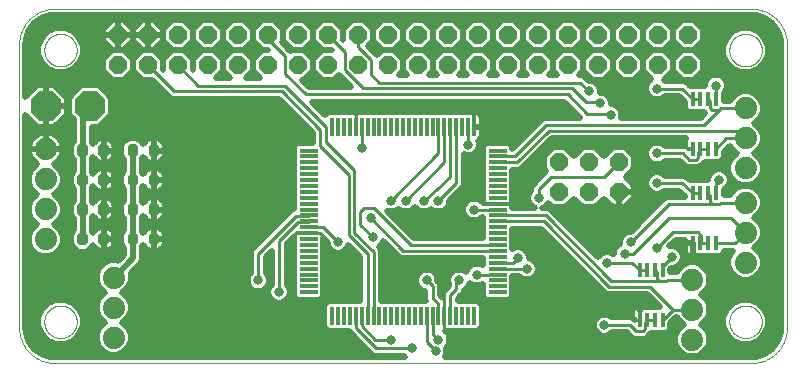
<source format=gbl>
G75*
%MOIN*%
%OFA0B0*%
%FSLAX25Y25*%
%IPPOS*%
%LPD*%
%AMOC8*
5,1,8,0,0,1.08239X$1,22.5*
%
%ADD10C,0.00000*%
%ADD11OC8,0.06000*%
%ADD12R,0.05906X0.01181*%
%ADD13R,0.01181X0.05906*%
%ADD14C,0.02830*%
%ADD15OC8,0.10000*%
%ADD16OC8,0.06102*%
%ADD17R,0.01181X0.04724*%
%ADD18C,0.07400*%
%ADD19C,0.02000*%
%ADD20C,0.01000*%
%ADD21C,0.03169*%
%ADD22C,0.01200*%
D10*
X0014543Y0013041D02*
X0246827Y0013041D01*
X0247112Y0013044D01*
X0247398Y0013055D01*
X0247683Y0013072D01*
X0247967Y0013096D01*
X0248251Y0013127D01*
X0248534Y0013165D01*
X0248815Y0013210D01*
X0249096Y0013261D01*
X0249376Y0013319D01*
X0249654Y0013384D01*
X0249930Y0013456D01*
X0250204Y0013534D01*
X0250477Y0013619D01*
X0250747Y0013711D01*
X0251015Y0013809D01*
X0251281Y0013913D01*
X0251544Y0014024D01*
X0251804Y0014141D01*
X0252062Y0014264D01*
X0252316Y0014394D01*
X0252567Y0014530D01*
X0252815Y0014671D01*
X0253059Y0014819D01*
X0253300Y0014972D01*
X0253536Y0015132D01*
X0253769Y0015297D01*
X0253998Y0015467D01*
X0254223Y0015643D01*
X0254443Y0015825D01*
X0254659Y0016011D01*
X0254870Y0016203D01*
X0255077Y0016400D01*
X0255279Y0016602D01*
X0255476Y0016809D01*
X0255668Y0017020D01*
X0255854Y0017236D01*
X0256036Y0017456D01*
X0256212Y0017681D01*
X0256382Y0017910D01*
X0256547Y0018143D01*
X0256707Y0018379D01*
X0256860Y0018620D01*
X0257008Y0018864D01*
X0257149Y0019112D01*
X0257285Y0019363D01*
X0257415Y0019617D01*
X0257538Y0019875D01*
X0257655Y0020135D01*
X0257766Y0020398D01*
X0257870Y0020664D01*
X0257968Y0020932D01*
X0258060Y0021202D01*
X0258145Y0021475D01*
X0258223Y0021749D01*
X0258295Y0022025D01*
X0258360Y0022303D01*
X0258418Y0022583D01*
X0258469Y0022864D01*
X0258514Y0023145D01*
X0258552Y0023428D01*
X0258583Y0023712D01*
X0258607Y0023996D01*
X0258624Y0024281D01*
X0258635Y0024567D01*
X0258638Y0024852D01*
X0258638Y0119340D01*
X0258635Y0119625D01*
X0258624Y0119911D01*
X0258607Y0120196D01*
X0258583Y0120480D01*
X0258552Y0120764D01*
X0258514Y0121047D01*
X0258469Y0121328D01*
X0258418Y0121609D01*
X0258360Y0121889D01*
X0258295Y0122167D01*
X0258223Y0122443D01*
X0258145Y0122717D01*
X0258060Y0122990D01*
X0257968Y0123260D01*
X0257870Y0123528D01*
X0257766Y0123794D01*
X0257655Y0124057D01*
X0257538Y0124317D01*
X0257415Y0124575D01*
X0257285Y0124829D01*
X0257149Y0125080D01*
X0257008Y0125328D01*
X0256860Y0125572D01*
X0256707Y0125813D01*
X0256547Y0126049D01*
X0256382Y0126282D01*
X0256212Y0126511D01*
X0256036Y0126736D01*
X0255854Y0126956D01*
X0255668Y0127172D01*
X0255476Y0127383D01*
X0255279Y0127590D01*
X0255077Y0127792D01*
X0254870Y0127989D01*
X0254659Y0128181D01*
X0254443Y0128367D01*
X0254223Y0128549D01*
X0253998Y0128725D01*
X0253769Y0128895D01*
X0253536Y0129060D01*
X0253300Y0129220D01*
X0253059Y0129373D01*
X0252815Y0129521D01*
X0252567Y0129662D01*
X0252316Y0129798D01*
X0252062Y0129928D01*
X0251804Y0130051D01*
X0251544Y0130168D01*
X0251281Y0130279D01*
X0251015Y0130383D01*
X0250747Y0130481D01*
X0250477Y0130573D01*
X0250204Y0130658D01*
X0249930Y0130736D01*
X0249654Y0130808D01*
X0249376Y0130873D01*
X0249096Y0130931D01*
X0248815Y0130982D01*
X0248534Y0131027D01*
X0248251Y0131065D01*
X0247967Y0131096D01*
X0247683Y0131120D01*
X0247398Y0131137D01*
X0247112Y0131148D01*
X0246827Y0131151D01*
X0014543Y0131151D01*
X0014258Y0131148D01*
X0013972Y0131137D01*
X0013687Y0131120D01*
X0013403Y0131096D01*
X0013119Y0131065D01*
X0012836Y0131027D01*
X0012555Y0130982D01*
X0012274Y0130931D01*
X0011994Y0130873D01*
X0011716Y0130808D01*
X0011440Y0130736D01*
X0011166Y0130658D01*
X0010893Y0130573D01*
X0010623Y0130481D01*
X0010355Y0130383D01*
X0010089Y0130279D01*
X0009826Y0130168D01*
X0009566Y0130051D01*
X0009308Y0129928D01*
X0009054Y0129798D01*
X0008803Y0129662D01*
X0008555Y0129521D01*
X0008311Y0129373D01*
X0008070Y0129220D01*
X0007834Y0129060D01*
X0007601Y0128895D01*
X0007372Y0128725D01*
X0007147Y0128549D01*
X0006927Y0128367D01*
X0006711Y0128181D01*
X0006500Y0127989D01*
X0006293Y0127792D01*
X0006091Y0127590D01*
X0005894Y0127383D01*
X0005702Y0127172D01*
X0005516Y0126956D01*
X0005334Y0126736D01*
X0005158Y0126511D01*
X0004988Y0126282D01*
X0004823Y0126049D01*
X0004663Y0125813D01*
X0004510Y0125572D01*
X0004362Y0125328D01*
X0004221Y0125080D01*
X0004085Y0124829D01*
X0003955Y0124575D01*
X0003832Y0124317D01*
X0003715Y0124057D01*
X0003604Y0123794D01*
X0003500Y0123528D01*
X0003402Y0123260D01*
X0003310Y0122990D01*
X0003225Y0122717D01*
X0003147Y0122443D01*
X0003075Y0122167D01*
X0003010Y0121889D01*
X0002952Y0121609D01*
X0002901Y0121328D01*
X0002856Y0121047D01*
X0002818Y0120764D01*
X0002787Y0120480D01*
X0002763Y0120196D01*
X0002746Y0119911D01*
X0002735Y0119625D01*
X0002732Y0119340D01*
X0002732Y0024852D01*
X0002735Y0024567D01*
X0002746Y0024281D01*
X0002763Y0023996D01*
X0002787Y0023712D01*
X0002818Y0023428D01*
X0002856Y0023145D01*
X0002901Y0022864D01*
X0002952Y0022583D01*
X0003010Y0022303D01*
X0003075Y0022025D01*
X0003147Y0021749D01*
X0003225Y0021475D01*
X0003310Y0021202D01*
X0003402Y0020932D01*
X0003500Y0020664D01*
X0003604Y0020398D01*
X0003715Y0020135D01*
X0003832Y0019875D01*
X0003955Y0019617D01*
X0004085Y0019363D01*
X0004221Y0019112D01*
X0004362Y0018864D01*
X0004510Y0018620D01*
X0004663Y0018379D01*
X0004823Y0018143D01*
X0004988Y0017910D01*
X0005158Y0017681D01*
X0005334Y0017456D01*
X0005516Y0017236D01*
X0005702Y0017020D01*
X0005894Y0016809D01*
X0006091Y0016602D01*
X0006293Y0016400D01*
X0006500Y0016203D01*
X0006711Y0016011D01*
X0006927Y0015825D01*
X0007147Y0015643D01*
X0007372Y0015467D01*
X0007601Y0015297D01*
X0007834Y0015132D01*
X0008070Y0014972D01*
X0008311Y0014819D01*
X0008555Y0014671D01*
X0008803Y0014530D01*
X0009054Y0014394D01*
X0009308Y0014264D01*
X0009566Y0014141D01*
X0009826Y0014024D01*
X0010089Y0013913D01*
X0010355Y0013809D01*
X0010623Y0013711D01*
X0010893Y0013619D01*
X0011166Y0013534D01*
X0011440Y0013456D01*
X0011716Y0013384D01*
X0011994Y0013319D01*
X0012274Y0013261D01*
X0012555Y0013210D01*
X0012836Y0013165D01*
X0013119Y0013127D01*
X0013403Y0013096D01*
X0013687Y0013072D01*
X0013972Y0013055D01*
X0014258Y0013044D01*
X0014543Y0013041D01*
X0011099Y0026820D02*
X0011101Y0026967D01*
X0011107Y0027113D01*
X0011117Y0027259D01*
X0011131Y0027405D01*
X0011149Y0027551D01*
X0011170Y0027696D01*
X0011196Y0027840D01*
X0011226Y0027984D01*
X0011259Y0028126D01*
X0011296Y0028268D01*
X0011337Y0028409D01*
X0011382Y0028548D01*
X0011431Y0028687D01*
X0011483Y0028824D01*
X0011540Y0028959D01*
X0011599Y0029093D01*
X0011663Y0029225D01*
X0011730Y0029355D01*
X0011800Y0029484D01*
X0011874Y0029611D01*
X0011951Y0029735D01*
X0012032Y0029858D01*
X0012116Y0029978D01*
X0012203Y0030096D01*
X0012293Y0030211D01*
X0012386Y0030324D01*
X0012483Y0030435D01*
X0012582Y0030543D01*
X0012684Y0030648D01*
X0012789Y0030750D01*
X0012897Y0030849D01*
X0013008Y0030946D01*
X0013121Y0031039D01*
X0013236Y0031129D01*
X0013354Y0031216D01*
X0013474Y0031300D01*
X0013597Y0031381D01*
X0013721Y0031458D01*
X0013848Y0031532D01*
X0013977Y0031602D01*
X0014107Y0031669D01*
X0014239Y0031733D01*
X0014373Y0031792D01*
X0014508Y0031849D01*
X0014645Y0031901D01*
X0014784Y0031950D01*
X0014923Y0031995D01*
X0015064Y0032036D01*
X0015206Y0032073D01*
X0015348Y0032106D01*
X0015492Y0032136D01*
X0015636Y0032162D01*
X0015781Y0032183D01*
X0015927Y0032201D01*
X0016073Y0032215D01*
X0016219Y0032225D01*
X0016365Y0032231D01*
X0016512Y0032233D01*
X0016659Y0032231D01*
X0016805Y0032225D01*
X0016951Y0032215D01*
X0017097Y0032201D01*
X0017243Y0032183D01*
X0017388Y0032162D01*
X0017532Y0032136D01*
X0017676Y0032106D01*
X0017818Y0032073D01*
X0017960Y0032036D01*
X0018101Y0031995D01*
X0018240Y0031950D01*
X0018379Y0031901D01*
X0018516Y0031849D01*
X0018651Y0031792D01*
X0018785Y0031733D01*
X0018917Y0031669D01*
X0019047Y0031602D01*
X0019176Y0031532D01*
X0019303Y0031458D01*
X0019427Y0031381D01*
X0019550Y0031300D01*
X0019670Y0031216D01*
X0019788Y0031129D01*
X0019903Y0031039D01*
X0020016Y0030946D01*
X0020127Y0030849D01*
X0020235Y0030750D01*
X0020340Y0030648D01*
X0020442Y0030543D01*
X0020541Y0030435D01*
X0020638Y0030324D01*
X0020731Y0030211D01*
X0020821Y0030096D01*
X0020908Y0029978D01*
X0020992Y0029858D01*
X0021073Y0029735D01*
X0021150Y0029611D01*
X0021224Y0029484D01*
X0021294Y0029355D01*
X0021361Y0029225D01*
X0021425Y0029093D01*
X0021484Y0028959D01*
X0021541Y0028824D01*
X0021593Y0028687D01*
X0021642Y0028548D01*
X0021687Y0028409D01*
X0021728Y0028268D01*
X0021765Y0028126D01*
X0021798Y0027984D01*
X0021828Y0027840D01*
X0021854Y0027696D01*
X0021875Y0027551D01*
X0021893Y0027405D01*
X0021907Y0027259D01*
X0021917Y0027113D01*
X0021923Y0026967D01*
X0021925Y0026820D01*
X0021923Y0026673D01*
X0021917Y0026527D01*
X0021907Y0026381D01*
X0021893Y0026235D01*
X0021875Y0026089D01*
X0021854Y0025944D01*
X0021828Y0025800D01*
X0021798Y0025656D01*
X0021765Y0025514D01*
X0021728Y0025372D01*
X0021687Y0025231D01*
X0021642Y0025092D01*
X0021593Y0024953D01*
X0021541Y0024816D01*
X0021484Y0024681D01*
X0021425Y0024547D01*
X0021361Y0024415D01*
X0021294Y0024285D01*
X0021224Y0024156D01*
X0021150Y0024029D01*
X0021073Y0023905D01*
X0020992Y0023782D01*
X0020908Y0023662D01*
X0020821Y0023544D01*
X0020731Y0023429D01*
X0020638Y0023316D01*
X0020541Y0023205D01*
X0020442Y0023097D01*
X0020340Y0022992D01*
X0020235Y0022890D01*
X0020127Y0022791D01*
X0020016Y0022694D01*
X0019903Y0022601D01*
X0019788Y0022511D01*
X0019670Y0022424D01*
X0019550Y0022340D01*
X0019427Y0022259D01*
X0019303Y0022182D01*
X0019176Y0022108D01*
X0019047Y0022038D01*
X0018917Y0021971D01*
X0018785Y0021907D01*
X0018651Y0021848D01*
X0018516Y0021791D01*
X0018379Y0021739D01*
X0018240Y0021690D01*
X0018101Y0021645D01*
X0017960Y0021604D01*
X0017818Y0021567D01*
X0017676Y0021534D01*
X0017532Y0021504D01*
X0017388Y0021478D01*
X0017243Y0021457D01*
X0017097Y0021439D01*
X0016951Y0021425D01*
X0016805Y0021415D01*
X0016659Y0021409D01*
X0016512Y0021407D01*
X0016365Y0021409D01*
X0016219Y0021415D01*
X0016073Y0021425D01*
X0015927Y0021439D01*
X0015781Y0021457D01*
X0015636Y0021478D01*
X0015492Y0021504D01*
X0015348Y0021534D01*
X0015206Y0021567D01*
X0015064Y0021604D01*
X0014923Y0021645D01*
X0014784Y0021690D01*
X0014645Y0021739D01*
X0014508Y0021791D01*
X0014373Y0021848D01*
X0014239Y0021907D01*
X0014107Y0021971D01*
X0013977Y0022038D01*
X0013848Y0022108D01*
X0013721Y0022182D01*
X0013597Y0022259D01*
X0013474Y0022340D01*
X0013354Y0022424D01*
X0013236Y0022511D01*
X0013121Y0022601D01*
X0013008Y0022694D01*
X0012897Y0022791D01*
X0012789Y0022890D01*
X0012684Y0022992D01*
X0012582Y0023097D01*
X0012483Y0023205D01*
X0012386Y0023316D01*
X0012293Y0023429D01*
X0012203Y0023544D01*
X0012116Y0023662D01*
X0012032Y0023782D01*
X0011951Y0023905D01*
X0011874Y0024029D01*
X0011800Y0024156D01*
X0011730Y0024285D01*
X0011663Y0024415D01*
X0011599Y0024547D01*
X0011540Y0024681D01*
X0011483Y0024816D01*
X0011431Y0024953D01*
X0011382Y0025092D01*
X0011337Y0025231D01*
X0011296Y0025372D01*
X0011259Y0025514D01*
X0011226Y0025656D01*
X0011196Y0025800D01*
X0011170Y0025944D01*
X0011149Y0026089D01*
X0011131Y0026235D01*
X0011117Y0026381D01*
X0011107Y0026527D01*
X0011101Y0026673D01*
X0011099Y0026820D01*
X0011099Y0117371D02*
X0011101Y0117518D01*
X0011107Y0117664D01*
X0011117Y0117810D01*
X0011131Y0117956D01*
X0011149Y0118102D01*
X0011170Y0118247D01*
X0011196Y0118391D01*
X0011226Y0118535D01*
X0011259Y0118677D01*
X0011296Y0118819D01*
X0011337Y0118960D01*
X0011382Y0119099D01*
X0011431Y0119238D01*
X0011483Y0119375D01*
X0011540Y0119510D01*
X0011599Y0119644D01*
X0011663Y0119776D01*
X0011730Y0119906D01*
X0011800Y0120035D01*
X0011874Y0120162D01*
X0011951Y0120286D01*
X0012032Y0120409D01*
X0012116Y0120529D01*
X0012203Y0120647D01*
X0012293Y0120762D01*
X0012386Y0120875D01*
X0012483Y0120986D01*
X0012582Y0121094D01*
X0012684Y0121199D01*
X0012789Y0121301D01*
X0012897Y0121400D01*
X0013008Y0121497D01*
X0013121Y0121590D01*
X0013236Y0121680D01*
X0013354Y0121767D01*
X0013474Y0121851D01*
X0013597Y0121932D01*
X0013721Y0122009D01*
X0013848Y0122083D01*
X0013977Y0122153D01*
X0014107Y0122220D01*
X0014239Y0122284D01*
X0014373Y0122343D01*
X0014508Y0122400D01*
X0014645Y0122452D01*
X0014784Y0122501D01*
X0014923Y0122546D01*
X0015064Y0122587D01*
X0015206Y0122624D01*
X0015348Y0122657D01*
X0015492Y0122687D01*
X0015636Y0122713D01*
X0015781Y0122734D01*
X0015927Y0122752D01*
X0016073Y0122766D01*
X0016219Y0122776D01*
X0016365Y0122782D01*
X0016512Y0122784D01*
X0016659Y0122782D01*
X0016805Y0122776D01*
X0016951Y0122766D01*
X0017097Y0122752D01*
X0017243Y0122734D01*
X0017388Y0122713D01*
X0017532Y0122687D01*
X0017676Y0122657D01*
X0017818Y0122624D01*
X0017960Y0122587D01*
X0018101Y0122546D01*
X0018240Y0122501D01*
X0018379Y0122452D01*
X0018516Y0122400D01*
X0018651Y0122343D01*
X0018785Y0122284D01*
X0018917Y0122220D01*
X0019047Y0122153D01*
X0019176Y0122083D01*
X0019303Y0122009D01*
X0019427Y0121932D01*
X0019550Y0121851D01*
X0019670Y0121767D01*
X0019788Y0121680D01*
X0019903Y0121590D01*
X0020016Y0121497D01*
X0020127Y0121400D01*
X0020235Y0121301D01*
X0020340Y0121199D01*
X0020442Y0121094D01*
X0020541Y0120986D01*
X0020638Y0120875D01*
X0020731Y0120762D01*
X0020821Y0120647D01*
X0020908Y0120529D01*
X0020992Y0120409D01*
X0021073Y0120286D01*
X0021150Y0120162D01*
X0021224Y0120035D01*
X0021294Y0119906D01*
X0021361Y0119776D01*
X0021425Y0119644D01*
X0021484Y0119510D01*
X0021541Y0119375D01*
X0021593Y0119238D01*
X0021642Y0119099D01*
X0021687Y0118960D01*
X0021728Y0118819D01*
X0021765Y0118677D01*
X0021798Y0118535D01*
X0021828Y0118391D01*
X0021854Y0118247D01*
X0021875Y0118102D01*
X0021893Y0117956D01*
X0021907Y0117810D01*
X0021917Y0117664D01*
X0021923Y0117518D01*
X0021925Y0117371D01*
X0021923Y0117224D01*
X0021917Y0117078D01*
X0021907Y0116932D01*
X0021893Y0116786D01*
X0021875Y0116640D01*
X0021854Y0116495D01*
X0021828Y0116351D01*
X0021798Y0116207D01*
X0021765Y0116065D01*
X0021728Y0115923D01*
X0021687Y0115782D01*
X0021642Y0115643D01*
X0021593Y0115504D01*
X0021541Y0115367D01*
X0021484Y0115232D01*
X0021425Y0115098D01*
X0021361Y0114966D01*
X0021294Y0114836D01*
X0021224Y0114707D01*
X0021150Y0114580D01*
X0021073Y0114456D01*
X0020992Y0114333D01*
X0020908Y0114213D01*
X0020821Y0114095D01*
X0020731Y0113980D01*
X0020638Y0113867D01*
X0020541Y0113756D01*
X0020442Y0113648D01*
X0020340Y0113543D01*
X0020235Y0113441D01*
X0020127Y0113342D01*
X0020016Y0113245D01*
X0019903Y0113152D01*
X0019788Y0113062D01*
X0019670Y0112975D01*
X0019550Y0112891D01*
X0019427Y0112810D01*
X0019303Y0112733D01*
X0019176Y0112659D01*
X0019047Y0112589D01*
X0018917Y0112522D01*
X0018785Y0112458D01*
X0018651Y0112399D01*
X0018516Y0112342D01*
X0018379Y0112290D01*
X0018240Y0112241D01*
X0018101Y0112196D01*
X0017960Y0112155D01*
X0017818Y0112118D01*
X0017676Y0112085D01*
X0017532Y0112055D01*
X0017388Y0112029D01*
X0017243Y0112008D01*
X0017097Y0111990D01*
X0016951Y0111976D01*
X0016805Y0111966D01*
X0016659Y0111960D01*
X0016512Y0111958D01*
X0016365Y0111960D01*
X0016219Y0111966D01*
X0016073Y0111976D01*
X0015927Y0111990D01*
X0015781Y0112008D01*
X0015636Y0112029D01*
X0015492Y0112055D01*
X0015348Y0112085D01*
X0015206Y0112118D01*
X0015064Y0112155D01*
X0014923Y0112196D01*
X0014784Y0112241D01*
X0014645Y0112290D01*
X0014508Y0112342D01*
X0014373Y0112399D01*
X0014239Y0112458D01*
X0014107Y0112522D01*
X0013977Y0112589D01*
X0013848Y0112659D01*
X0013721Y0112733D01*
X0013597Y0112810D01*
X0013474Y0112891D01*
X0013354Y0112975D01*
X0013236Y0113062D01*
X0013121Y0113152D01*
X0013008Y0113245D01*
X0012897Y0113342D01*
X0012789Y0113441D01*
X0012684Y0113543D01*
X0012582Y0113648D01*
X0012483Y0113756D01*
X0012386Y0113867D01*
X0012293Y0113980D01*
X0012203Y0114095D01*
X0012116Y0114213D01*
X0012032Y0114333D01*
X0011951Y0114456D01*
X0011874Y0114580D01*
X0011800Y0114707D01*
X0011730Y0114836D01*
X0011663Y0114966D01*
X0011599Y0115098D01*
X0011540Y0115232D01*
X0011483Y0115367D01*
X0011431Y0115504D01*
X0011382Y0115643D01*
X0011337Y0115782D01*
X0011296Y0115923D01*
X0011259Y0116065D01*
X0011226Y0116207D01*
X0011196Y0116351D01*
X0011170Y0116495D01*
X0011149Y0116640D01*
X0011131Y0116786D01*
X0011117Y0116932D01*
X0011107Y0117078D01*
X0011101Y0117224D01*
X0011099Y0117371D01*
X0239445Y0117371D02*
X0239447Y0117518D01*
X0239453Y0117664D01*
X0239463Y0117810D01*
X0239477Y0117956D01*
X0239495Y0118102D01*
X0239516Y0118247D01*
X0239542Y0118391D01*
X0239572Y0118535D01*
X0239605Y0118677D01*
X0239642Y0118819D01*
X0239683Y0118960D01*
X0239728Y0119099D01*
X0239777Y0119238D01*
X0239829Y0119375D01*
X0239886Y0119510D01*
X0239945Y0119644D01*
X0240009Y0119776D01*
X0240076Y0119906D01*
X0240146Y0120035D01*
X0240220Y0120162D01*
X0240297Y0120286D01*
X0240378Y0120409D01*
X0240462Y0120529D01*
X0240549Y0120647D01*
X0240639Y0120762D01*
X0240732Y0120875D01*
X0240829Y0120986D01*
X0240928Y0121094D01*
X0241030Y0121199D01*
X0241135Y0121301D01*
X0241243Y0121400D01*
X0241354Y0121497D01*
X0241467Y0121590D01*
X0241582Y0121680D01*
X0241700Y0121767D01*
X0241820Y0121851D01*
X0241943Y0121932D01*
X0242067Y0122009D01*
X0242194Y0122083D01*
X0242323Y0122153D01*
X0242453Y0122220D01*
X0242585Y0122284D01*
X0242719Y0122343D01*
X0242854Y0122400D01*
X0242991Y0122452D01*
X0243130Y0122501D01*
X0243269Y0122546D01*
X0243410Y0122587D01*
X0243552Y0122624D01*
X0243694Y0122657D01*
X0243838Y0122687D01*
X0243982Y0122713D01*
X0244127Y0122734D01*
X0244273Y0122752D01*
X0244419Y0122766D01*
X0244565Y0122776D01*
X0244711Y0122782D01*
X0244858Y0122784D01*
X0245005Y0122782D01*
X0245151Y0122776D01*
X0245297Y0122766D01*
X0245443Y0122752D01*
X0245589Y0122734D01*
X0245734Y0122713D01*
X0245878Y0122687D01*
X0246022Y0122657D01*
X0246164Y0122624D01*
X0246306Y0122587D01*
X0246447Y0122546D01*
X0246586Y0122501D01*
X0246725Y0122452D01*
X0246862Y0122400D01*
X0246997Y0122343D01*
X0247131Y0122284D01*
X0247263Y0122220D01*
X0247393Y0122153D01*
X0247522Y0122083D01*
X0247649Y0122009D01*
X0247773Y0121932D01*
X0247896Y0121851D01*
X0248016Y0121767D01*
X0248134Y0121680D01*
X0248249Y0121590D01*
X0248362Y0121497D01*
X0248473Y0121400D01*
X0248581Y0121301D01*
X0248686Y0121199D01*
X0248788Y0121094D01*
X0248887Y0120986D01*
X0248984Y0120875D01*
X0249077Y0120762D01*
X0249167Y0120647D01*
X0249254Y0120529D01*
X0249338Y0120409D01*
X0249419Y0120286D01*
X0249496Y0120162D01*
X0249570Y0120035D01*
X0249640Y0119906D01*
X0249707Y0119776D01*
X0249771Y0119644D01*
X0249830Y0119510D01*
X0249887Y0119375D01*
X0249939Y0119238D01*
X0249988Y0119099D01*
X0250033Y0118960D01*
X0250074Y0118819D01*
X0250111Y0118677D01*
X0250144Y0118535D01*
X0250174Y0118391D01*
X0250200Y0118247D01*
X0250221Y0118102D01*
X0250239Y0117956D01*
X0250253Y0117810D01*
X0250263Y0117664D01*
X0250269Y0117518D01*
X0250271Y0117371D01*
X0250269Y0117224D01*
X0250263Y0117078D01*
X0250253Y0116932D01*
X0250239Y0116786D01*
X0250221Y0116640D01*
X0250200Y0116495D01*
X0250174Y0116351D01*
X0250144Y0116207D01*
X0250111Y0116065D01*
X0250074Y0115923D01*
X0250033Y0115782D01*
X0249988Y0115643D01*
X0249939Y0115504D01*
X0249887Y0115367D01*
X0249830Y0115232D01*
X0249771Y0115098D01*
X0249707Y0114966D01*
X0249640Y0114836D01*
X0249570Y0114707D01*
X0249496Y0114580D01*
X0249419Y0114456D01*
X0249338Y0114333D01*
X0249254Y0114213D01*
X0249167Y0114095D01*
X0249077Y0113980D01*
X0248984Y0113867D01*
X0248887Y0113756D01*
X0248788Y0113648D01*
X0248686Y0113543D01*
X0248581Y0113441D01*
X0248473Y0113342D01*
X0248362Y0113245D01*
X0248249Y0113152D01*
X0248134Y0113062D01*
X0248016Y0112975D01*
X0247896Y0112891D01*
X0247773Y0112810D01*
X0247649Y0112733D01*
X0247522Y0112659D01*
X0247393Y0112589D01*
X0247263Y0112522D01*
X0247131Y0112458D01*
X0246997Y0112399D01*
X0246862Y0112342D01*
X0246725Y0112290D01*
X0246586Y0112241D01*
X0246447Y0112196D01*
X0246306Y0112155D01*
X0246164Y0112118D01*
X0246022Y0112085D01*
X0245878Y0112055D01*
X0245734Y0112029D01*
X0245589Y0112008D01*
X0245443Y0111990D01*
X0245297Y0111976D01*
X0245151Y0111966D01*
X0245005Y0111960D01*
X0244858Y0111958D01*
X0244711Y0111960D01*
X0244565Y0111966D01*
X0244419Y0111976D01*
X0244273Y0111990D01*
X0244127Y0112008D01*
X0243982Y0112029D01*
X0243838Y0112055D01*
X0243694Y0112085D01*
X0243552Y0112118D01*
X0243410Y0112155D01*
X0243269Y0112196D01*
X0243130Y0112241D01*
X0242991Y0112290D01*
X0242854Y0112342D01*
X0242719Y0112399D01*
X0242585Y0112458D01*
X0242453Y0112522D01*
X0242323Y0112589D01*
X0242194Y0112659D01*
X0242067Y0112733D01*
X0241943Y0112810D01*
X0241820Y0112891D01*
X0241700Y0112975D01*
X0241582Y0113062D01*
X0241467Y0113152D01*
X0241354Y0113245D01*
X0241243Y0113342D01*
X0241135Y0113441D01*
X0241030Y0113543D01*
X0240928Y0113648D01*
X0240829Y0113756D01*
X0240732Y0113867D01*
X0240639Y0113980D01*
X0240549Y0114095D01*
X0240462Y0114213D01*
X0240378Y0114333D01*
X0240297Y0114456D01*
X0240220Y0114580D01*
X0240146Y0114707D01*
X0240076Y0114836D01*
X0240009Y0114966D01*
X0239945Y0115098D01*
X0239886Y0115232D01*
X0239829Y0115367D01*
X0239777Y0115504D01*
X0239728Y0115643D01*
X0239683Y0115782D01*
X0239642Y0115923D01*
X0239605Y0116065D01*
X0239572Y0116207D01*
X0239542Y0116351D01*
X0239516Y0116495D01*
X0239495Y0116640D01*
X0239477Y0116786D01*
X0239463Y0116932D01*
X0239453Y0117078D01*
X0239447Y0117224D01*
X0239445Y0117371D01*
X0239445Y0026820D02*
X0239447Y0026967D01*
X0239453Y0027113D01*
X0239463Y0027259D01*
X0239477Y0027405D01*
X0239495Y0027551D01*
X0239516Y0027696D01*
X0239542Y0027840D01*
X0239572Y0027984D01*
X0239605Y0028126D01*
X0239642Y0028268D01*
X0239683Y0028409D01*
X0239728Y0028548D01*
X0239777Y0028687D01*
X0239829Y0028824D01*
X0239886Y0028959D01*
X0239945Y0029093D01*
X0240009Y0029225D01*
X0240076Y0029355D01*
X0240146Y0029484D01*
X0240220Y0029611D01*
X0240297Y0029735D01*
X0240378Y0029858D01*
X0240462Y0029978D01*
X0240549Y0030096D01*
X0240639Y0030211D01*
X0240732Y0030324D01*
X0240829Y0030435D01*
X0240928Y0030543D01*
X0241030Y0030648D01*
X0241135Y0030750D01*
X0241243Y0030849D01*
X0241354Y0030946D01*
X0241467Y0031039D01*
X0241582Y0031129D01*
X0241700Y0031216D01*
X0241820Y0031300D01*
X0241943Y0031381D01*
X0242067Y0031458D01*
X0242194Y0031532D01*
X0242323Y0031602D01*
X0242453Y0031669D01*
X0242585Y0031733D01*
X0242719Y0031792D01*
X0242854Y0031849D01*
X0242991Y0031901D01*
X0243130Y0031950D01*
X0243269Y0031995D01*
X0243410Y0032036D01*
X0243552Y0032073D01*
X0243694Y0032106D01*
X0243838Y0032136D01*
X0243982Y0032162D01*
X0244127Y0032183D01*
X0244273Y0032201D01*
X0244419Y0032215D01*
X0244565Y0032225D01*
X0244711Y0032231D01*
X0244858Y0032233D01*
X0245005Y0032231D01*
X0245151Y0032225D01*
X0245297Y0032215D01*
X0245443Y0032201D01*
X0245589Y0032183D01*
X0245734Y0032162D01*
X0245878Y0032136D01*
X0246022Y0032106D01*
X0246164Y0032073D01*
X0246306Y0032036D01*
X0246447Y0031995D01*
X0246586Y0031950D01*
X0246725Y0031901D01*
X0246862Y0031849D01*
X0246997Y0031792D01*
X0247131Y0031733D01*
X0247263Y0031669D01*
X0247393Y0031602D01*
X0247522Y0031532D01*
X0247649Y0031458D01*
X0247773Y0031381D01*
X0247896Y0031300D01*
X0248016Y0031216D01*
X0248134Y0031129D01*
X0248249Y0031039D01*
X0248362Y0030946D01*
X0248473Y0030849D01*
X0248581Y0030750D01*
X0248686Y0030648D01*
X0248788Y0030543D01*
X0248887Y0030435D01*
X0248984Y0030324D01*
X0249077Y0030211D01*
X0249167Y0030096D01*
X0249254Y0029978D01*
X0249338Y0029858D01*
X0249419Y0029735D01*
X0249496Y0029611D01*
X0249570Y0029484D01*
X0249640Y0029355D01*
X0249707Y0029225D01*
X0249771Y0029093D01*
X0249830Y0028959D01*
X0249887Y0028824D01*
X0249939Y0028687D01*
X0249988Y0028548D01*
X0250033Y0028409D01*
X0250074Y0028268D01*
X0250111Y0028126D01*
X0250144Y0027984D01*
X0250174Y0027840D01*
X0250200Y0027696D01*
X0250221Y0027551D01*
X0250239Y0027405D01*
X0250253Y0027259D01*
X0250263Y0027113D01*
X0250269Y0026967D01*
X0250271Y0026820D01*
X0250269Y0026673D01*
X0250263Y0026527D01*
X0250253Y0026381D01*
X0250239Y0026235D01*
X0250221Y0026089D01*
X0250200Y0025944D01*
X0250174Y0025800D01*
X0250144Y0025656D01*
X0250111Y0025514D01*
X0250074Y0025372D01*
X0250033Y0025231D01*
X0249988Y0025092D01*
X0249939Y0024953D01*
X0249887Y0024816D01*
X0249830Y0024681D01*
X0249771Y0024547D01*
X0249707Y0024415D01*
X0249640Y0024285D01*
X0249570Y0024156D01*
X0249496Y0024029D01*
X0249419Y0023905D01*
X0249338Y0023782D01*
X0249254Y0023662D01*
X0249167Y0023544D01*
X0249077Y0023429D01*
X0248984Y0023316D01*
X0248887Y0023205D01*
X0248788Y0023097D01*
X0248686Y0022992D01*
X0248581Y0022890D01*
X0248473Y0022791D01*
X0248362Y0022694D01*
X0248249Y0022601D01*
X0248134Y0022511D01*
X0248016Y0022424D01*
X0247896Y0022340D01*
X0247773Y0022259D01*
X0247649Y0022182D01*
X0247522Y0022108D01*
X0247393Y0022038D01*
X0247263Y0021971D01*
X0247131Y0021907D01*
X0246997Y0021848D01*
X0246862Y0021791D01*
X0246725Y0021739D01*
X0246586Y0021690D01*
X0246447Y0021645D01*
X0246306Y0021604D01*
X0246164Y0021567D01*
X0246022Y0021534D01*
X0245878Y0021504D01*
X0245734Y0021478D01*
X0245589Y0021457D01*
X0245443Y0021439D01*
X0245297Y0021425D01*
X0245151Y0021415D01*
X0245005Y0021409D01*
X0244858Y0021407D01*
X0244711Y0021409D01*
X0244565Y0021415D01*
X0244419Y0021425D01*
X0244273Y0021439D01*
X0244127Y0021457D01*
X0243982Y0021478D01*
X0243838Y0021504D01*
X0243694Y0021534D01*
X0243552Y0021567D01*
X0243410Y0021604D01*
X0243269Y0021645D01*
X0243130Y0021690D01*
X0242991Y0021739D01*
X0242854Y0021791D01*
X0242719Y0021848D01*
X0242585Y0021907D01*
X0242453Y0021971D01*
X0242323Y0022038D01*
X0242194Y0022108D01*
X0242067Y0022182D01*
X0241943Y0022259D01*
X0241820Y0022340D01*
X0241700Y0022424D01*
X0241582Y0022511D01*
X0241467Y0022601D01*
X0241354Y0022694D01*
X0241243Y0022791D01*
X0241135Y0022890D01*
X0241030Y0022992D01*
X0240928Y0023097D01*
X0240829Y0023205D01*
X0240732Y0023316D01*
X0240639Y0023429D01*
X0240549Y0023544D01*
X0240462Y0023662D01*
X0240378Y0023782D01*
X0240297Y0023905D01*
X0240220Y0024029D01*
X0240146Y0024156D01*
X0240076Y0024285D01*
X0240009Y0024415D01*
X0239945Y0024547D01*
X0239886Y0024681D01*
X0239829Y0024816D01*
X0239777Y0024953D01*
X0239728Y0025092D01*
X0239683Y0025231D01*
X0239642Y0025372D01*
X0239605Y0025514D01*
X0239572Y0025656D01*
X0239542Y0025800D01*
X0239516Y0025944D01*
X0239495Y0026089D01*
X0239477Y0026235D01*
X0239463Y0026381D01*
X0239453Y0026527D01*
X0239447Y0026673D01*
X0239445Y0026820D01*
D11*
X0225685Y0112371D03*
X0215685Y0112371D03*
X0205685Y0112371D03*
X0195685Y0112371D03*
X0185685Y0112371D03*
X0175685Y0112371D03*
X0165685Y0112371D03*
X0155685Y0112371D03*
X0145685Y0112371D03*
X0135685Y0112371D03*
X0125685Y0112371D03*
X0115685Y0112371D03*
X0105685Y0112371D03*
X0095685Y0112371D03*
X0085685Y0112371D03*
X0075685Y0112371D03*
X0065685Y0112371D03*
X0055685Y0112371D03*
X0045685Y0112371D03*
X0035685Y0112371D03*
X0035685Y0122371D03*
X0045685Y0122371D03*
X0055685Y0122371D03*
X0065685Y0122371D03*
X0075685Y0122371D03*
X0085685Y0122371D03*
X0095685Y0122371D03*
X0105685Y0122371D03*
X0115685Y0122371D03*
X0125685Y0122371D03*
X0135685Y0122371D03*
X0145685Y0122371D03*
X0155685Y0122371D03*
X0165685Y0122371D03*
X0175685Y0122371D03*
X0185685Y0122371D03*
X0195685Y0122371D03*
X0205685Y0122371D03*
X0215685Y0122371D03*
X0225685Y0122371D03*
D12*
X0162181Y0083907D03*
X0162181Y0081938D03*
X0162181Y0079970D03*
X0162181Y0078001D03*
X0162181Y0076033D03*
X0162181Y0074064D03*
X0162181Y0072096D03*
X0162181Y0070127D03*
X0162181Y0068159D03*
X0162181Y0066190D03*
X0162181Y0064222D03*
X0162181Y0062253D03*
X0162181Y0060285D03*
X0162181Y0058316D03*
X0162181Y0056348D03*
X0162181Y0054379D03*
X0162181Y0052411D03*
X0162181Y0050442D03*
X0162181Y0048474D03*
X0162181Y0046505D03*
X0162181Y0044537D03*
X0162181Y0042568D03*
X0162181Y0040600D03*
X0162181Y0038631D03*
X0162181Y0036663D03*
X0099189Y0036663D03*
X0099189Y0038631D03*
X0099189Y0040600D03*
X0099189Y0042568D03*
X0099189Y0044537D03*
X0099189Y0046505D03*
X0099189Y0048474D03*
X0099189Y0050442D03*
X0099189Y0052411D03*
X0099189Y0054379D03*
X0099189Y0056348D03*
X0099189Y0058316D03*
X0099189Y0060285D03*
X0099189Y0062253D03*
X0099189Y0064222D03*
X0099189Y0066190D03*
X0099189Y0068159D03*
X0099189Y0070127D03*
X0099189Y0072096D03*
X0099189Y0074064D03*
X0099189Y0076033D03*
X0099189Y0078001D03*
X0099189Y0079970D03*
X0099189Y0081938D03*
X0099189Y0083907D03*
D13*
X0107063Y0091781D03*
X0109031Y0091781D03*
X0111000Y0091781D03*
X0112969Y0091781D03*
X0114937Y0091781D03*
X0116906Y0091781D03*
X0118874Y0091781D03*
X0120843Y0091781D03*
X0122811Y0091781D03*
X0124780Y0091781D03*
X0126748Y0091781D03*
X0128717Y0091781D03*
X0130685Y0091781D03*
X0132654Y0091781D03*
X0134622Y0091781D03*
X0136591Y0091781D03*
X0138559Y0091781D03*
X0140528Y0091781D03*
X0142496Y0091781D03*
X0144465Y0091781D03*
X0146433Y0091781D03*
X0148402Y0091781D03*
X0150370Y0091781D03*
X0152339Y0091781D03*
X0154307Y0091781D03*
X0154307Y0028789D03*
X0152339Y0028789D03*
X0150370Y0028789D03*
X0148402Y0028789D03*
X0146433Y0028789D03*
X0144465Y0028789D03*
X0142496Y0028789D03*
X0140528Y0028789D03*
X0138559Y0028789D03*
X0136591Y0028789D03*
X0134622Y0028789D03*
X0132654Y0028789D03*
X0130685Y0028789D03*
X0128717Y0028789D03*
X0126748Y0028789D03*
X0124780Y0028789D03*
X0122811Y0028789D03*
X0120843Y0028789D03*
X0118874Y0028789D03*
X0116906Y0028789D03*
X0114937Y0028789D03*
X0112969Y0028789D03*
X0111000Y0028789D03*
X0109031Y0028789D03*
X0107063Y0028789D03*
D14*
X0047218Y0053629D02*
X0047218Y0055129D01*
X0047924Y0055129D01*
X0047924Y0053629D01*
X0047218Y0053629D01*
X0040218Y0053629D02*
X0040218Y0055129D01*
X0040924Y0055129D01*
X0040924Y0053629D01*
X0040218Y0053629D01*
X0031192Y0053629D02*
X0031192Y0055129D01*
X0031192Y0053629D02*
X0030486Y0053629D01*
X0030486Y0055129D01*
X0031192Y0055129D01*
X0024192Y0055129D02*
X0024192Y0053629D01*
X0023486Y0053629D01*
X0023486Y0055129D01*
X0024192Y0055129D01*
X0023486Y0063472D02*
X0023486Y0064972D01*
X0024192Y0064972D01*
X0024192Y0063472D01*
X0023486Y0063472D01*
X0030486Y0063472D02*
X0030486Y0064972D01*
X0031192Y0064972D01*
X0031192Y0063472D01*
X0030486Y0063472D01*
X0040218Y0063472D02*
X0040218Y0064972D01*
X0040924Y0064972D01*
X0040924Y0063472D01*
X0040218Y0063472D01*
X0047218Y0063472D02*
X0047218Y0064972D01*
X0047924Y0064972D01*
X0047924Y0063472D01*
X0047218Y0063472D01*
X0047218Y0073314D02*
X0047218Y0074814D01*
X0047924Y0074814D01*
X0047924Y0073314D01*
X0047218Y0073314D01*
X0040218Y0073314D02*
X0040218Y0074814D01*
X0040924Y0074814D01*
X0040924Y0073314D01*
X0040218Y0073314D01*
X0031192Y0073314D02*
X0031192Y0074814D01*
X0031192Y0073314D02*
X0030486Y0073314D01*
X0030486Y0074814D01*
X0031192Y0074814D01*
X0024192Y0074814D02*
X0024192Y0073314D01*
X0023486Y0073314D01*
X0023486Y0074814D01*
X0024192Y0074814D01*
X0024192Y0083157D02*
X0024192Y0084657D01*
X0024192Y0083157D02*
X0023486Y0083157D01*
X0023486Y0084657D01*
X0024192Y0084657D01*
X0031192Y0084657D02*
X0031192Y0083157D01*
X0030486Y0083157D01*
X0030486Y0084657D01*
X0031192Y0084657D01*
X0040218Y0084657D02*
X0040218Y0083157D01*
X0040218Y0084657D02*
X0040924Y0084657D01*
X0040924Y0083157D01*
X0040218Y0083157D01*
X0047218Y0083157D02*
X0047218Y0084657D01*
X0047924Y0084657D01*
X0047924Y0083157D01*
X0047218Y0083157D01*
D15*
X0026354Y0098670D03*
X0011591Y0098670D03*
D16*
X0182693Y0080048D03*
X0192693Y0080048D03*
X0202693Y0080048D03*
X0202693Y0070048D03*
X0192693Y0070048D03*
X0182693Y0070048D03*
D17*
X0227236Y0069588D03*
X0229795Y0069588D03*
X0232354Y0069588D03*
X0234913Y0069588D03*
X0234913Y0084450D03*
X0232354Y0084450D03*
X0229795Y0084450D03*
X0227236Y0084450D03*
X0227236Y0101084D03*
X0229795Y0101084D03*
X0232354Y0101084D03*
X0234913Y0101084D03*
X0234913Y0052954D03*
X0232354Y0052954D03*
X0229795Y0052954D03*
X0227236Y0052954D03*
X0217197Y0043997D03*
X0214638Y0043997D03*
X0212079Y0043997D03*
X0209520Y0043997D03*
X0209520Y0027363D03*
X0212079Y0027363D03*
X0214638Y0027363D03*
X0217197Y0027363D03*
D18*
X0227142Y0030915D03*
X0227142Y0040915D03*
X0244858Y0046505D03*
X0244858Y0056505D03*
X0244858Y0066505D03*
X0244858Y0078001D03*
X0244858Y0088001D03*
X0244858Y0098001D03*
X0227142Y0020915D03*
X0034228Y0021584D03*
X0034228Y0031584D03*
X0034228Y0041584D03*
X0011582Y0054352D03*
X0011582Y0064352D03*
X0011582Y0074352D03*
X0011582Y0084352D03*
D19*
X0011582Y0090052D01*
X0011134Y0090052D01*
X0010248Y0089911D01*
X0009394Y0089634D01*
X0008595Y0089227D01*
X0007869Y0088699D01*
X0007235Y0088065D01*
X0006707Y0087339D01*
X0006300Y0086540D01*
X0006023Y0085686D01*
X0005882Y0084800D01*
X0005882Y0084352D01*
X0011582Y0084352D01*
X0011582Y0084352D01*
X0011582Y0084351D01*
X0005882Y0084351D01*
X0005882Y0083903D01*
X0006023Y0083017D01*
X0006300Y0082163D01*
X0006707Y0081364D01*
X0007235Y0080638D01*
X0007869Y0080004D01*
X0008595Y0079476D01*
X0008803Y0079370D01*
X0008353Y0079184D01*
X0006750Y0077580D01*
X0005882Y0075485D01*
X0005882Y0073218D01*
X0006750Y0071123D01*
X0008353Y0069519D01*
X0008759Y0069352D01*
X0008353Y0069184D01*
X0006750Y0067580D01*
X0005882Y0065485D01*
X0005882Y0063218D01*
X0006750Y0061123D01*
X0008353Y0059519D01*
X0008759Y0059352D01*
X0008353Y0059184D01*
X0006750Y0057580D01*
X0005882Y0055485D01*
X0005882Y0053218D01*
X0006750Y0051123D01*
X0008353Y0049519D01*
X0010448Y0048652D01*
X0012716Y0048652D01*
X0014811Y0049519D01*
X0016415Y0051123D01*
X0017282Y0053218D01*
X0017282Y0055485D01*
X0016415Y0057580D01*
X0014811Y0059184D01*
X0014406Y0059352D01*
X0014811Y0059519D01*
X0016415Y0061123D01*
X0017282Y0063218D01*
X0017282Y0065485D01*
X0016415Y0067580D01*
X0014811Y0069184D01*
X0014406Y0069352D01*
X0014811Y0069519D01*
X0016415Y0071123D01*
X0017282Y0073218D01*
X0017282Y0075485D01*
X0016415Y0077580D01*
X0014811Y0079184D01*
X0014361Y0079370D01*
X0014570Y0079476D01*
X0015296Y0080004D01*
X0015930Y0080638D01*
X0016457Y0081364D01*
X0016865Y0082163D01*
X0017142Y0083017D01*
X0017282Y0083903D01*
X0017282Y0084351D01*
X0011582Y0084351D01*
X0011582Y0084352D01*
X0011582Y0090052D01*
X0012031Y0090052D01*
X0012917Y0089911D01*
X0013770Y0089634D01*
X0014570Y0089227D01*
X0015296Y0088699D01*
X0015930Y0088065D01*
X0016457Y0087339D01*
X0016865Y0086540D01*
X0017142Y0085686D01*
X0017282Y0084800D01*
X0017282Y0084352D01*
X0011582Y0084352D01*
X0011582Y0084987D02*
X0011582Y0084987D01*
X0011582Y0086985D02*
X0011582Y0086985D01*
X0011582Y0088984D02*
X0011582Y0088984D01*
X0008261Y0088984D02*
X0004732Y0088984D01*
X0004732Y0090982D02*
X0020839Y0090982D01*
X0020839Y0088984D02*
X0014904Y0088984D01*
X0016638Y0086985D02*
X0020839Y0086985D01*
X0020839Y0086840D02*
X0020590Y0086592D01*
X0020070Y0085336D01*
X0020070Y0082477D01*
X0020590Y0081222D01*
X0020839Y0080973D01*
X0020839Y0076998D01*
X0020590Y0076749D01*
X0020070Y0075494D01*
X0020070Y0072634D01*
X0020590Y0071379D01*
X0020839Y0071131D01*
X0020839Y0067155D01*
X0020590Y0066907D01*
X0020070Y0065651D01*
X0020070Y0062792D01*
X0020590Y0061537D01*
X0020839Y0061288D01*
X0020839Y0057313D01*
X0020590Y0057064D01*
X0020070Y0055809D01*
X0020070Y0052949D01*
X0020590Y0051694D01*
X0021551Y0050734D01*
X0022806Y0050214D01*
X0024872Y0050214D01*
X0026127Y0050734D01*
X0027087Y0051694D01*
X0027339Y0052301D01*
X0027459Y0052011D01*
X0027832Y0051452D01*
X0028308Y0050976D01*
X0028867Y0050602D01*
X0029489Y0050345D01*
X0030149Y0050214D01*
X0030839Y0050214D01*
X0031529Y0050214D01*
X0032188Y0050345D01*
X0032810Y0050602D01*
X0033369Y0050976D01*
X0033845Y0051452D01*
X0034218Y0052011D01*
X0034476Y0052632D01*
X0034607Y0053292D01*
X0034607Y0054379D01*
X0030839Y0054379D01*
X0030839Y0054379D01*
X0034607Y0054379D01*
X0034607Y0055466D01*
X0034476Y0056126D01*
X0034218Y0056747D01*
X0033845Y0057306D01*
X0033369Y0057782D01*
X0032810Y0058156D01*
X0032188Y0058413D01*
X0031529Y0058544D01*
X0030839Y0058544D01*
X0030839Y0054379D01*
X0030839Y0050214D01*
X0030839Y0054379D01*
X0030839Y0054379D01*
X0030839Y0054379D01*
X0030839Y0058544D01*
X0030149Y0058544D01*
X0029489Y0058413D01*
X0028867Y0058156D01*
X0028308Y0057782D01*
X0027832Y0057306D01*
X0027459Y0056747D01*
X0027339Y0056457D01*
X0027087Y0057064D01*
X0026839Y0057313D01*
X0026839Y0061288D01*
X0027087Y0061537D01*
X0027339Y0062144D01*
X0027459Y0061854D01*
X0027832Y0061294D01*
X0028308Y0060819D01*
X0028867Y0060445D01*
X0029489Y0060187D01*
X0030149Y0060056D01*
X0030839Y0060056D01*
X0031529Y0060056D01*
X0032188Y0060187D01*
X0032810Y0060445D01*
X0033369Y0060819D01*
X0033845Y0061294D01*
X0034218Y0061854D01*
X0034476Y0062475D01*
X0034607Y0063135D01*
X0034607Y0064222D01*
X0034607Y0065309D01*
X0034476Y0065968D01*
X0034218Y0066590D01*
X0033845Y0067149D01*
X0033369Y0067625D01*
X0032810Y0067998D01*
X0032188Y0068256D01*
X0031529Y0068387D01*
X0030839Y0068387D01*
X0030839Y0064222D01*
X0034607Y0064222D01*
X0030839Y0064222D01*
X0030839Y0064222D01*
X0030839Y0064222D01*
X0030839Y0068387D01*
X0030149Y0068387D01*
X0029489Y0068256D01*
X0028867Y0067998D01*
X0028308Y0067625D01*
X0027832Y0067149D01*
X0027459Y0066590D01*
X0027339Y0066300D01*
X0027087Y0066907D01*
X0026839Y0067155D01*
X0026839Y0071131D01*
X0027087Y0071379D01*
X0027339Y0071986D01*
X0027459Y0071696D01*
X0027832Y0071137D01*
X0028308Y0070661D01*
X0028867Y0070287D01*
X0029489Y0070030D01*
X0030149Y0069899D01*
X0030839Y0069899D01*
X0031529Y0069899D01*
X0032188Y0070030D01*
X0032810Y0070287D01*
X0033369Y0070661D01*
X0033845Y0071137D01*
X0034218Y0071696D01*
X0034476Y0072318D01*
X0034607Y0072977D01*
X0034607Y0074064D01*
X0030839Y0074064D01*
X0030839Y0074064D01*
X0034607Y0074064D01*
X0034607Y0075151D01*
X0034476Y0075811D01*
X0034218Y0076432D01*
X0033845Y0076991D01*
X0033369Y0077467D01*
X0032810Y0077841D01*
X0032188Y0078098D01*
X0031529Y0078229D01*
X0030839Y0078229D01*
X0030839Y0074064D01*
X0030839Y0069899D01*
X0030839Y0074064D01*
X0030839Y0074064D01*
X0030839Y0074064D01*
X0030839Y0078229D01*
X0030149Y0078229D01*
X0029489Y0078098D01*
X0028867Y0077841D01*
X0028308Y0077467D01*
X0027832Y0076991D01*
X0027459Y0076432D01*
X0027339Y0076142D01*
X0027087Y0076749D01*
X0026839Y0076998D01*
X0026839Y0080973D01*
X0027087Y0081222D01*
X0027339Y0081829D01*
X0027459Y0081539D01*
X0027832Y0080979D01*
X0028308Y0080504D01*
X0028867Y0080130D01*
X0029489Y0079873D01*
X0030149Y0079741D01*
X0030839Y0079741D01*
X0031529Y0079741D01*
X0032188Y0079873D01*
X0032810Y0080130D01*
X0033369Y0080504D01*
X0033845Y0080979D01*
X0034218Y0081539D01*
X0034476Y0082160D01*
X0034607Y0082820D01*
X0034607Y0083907D01*
X0034607Y0084994D01*
X0034476Y0085653D01*
X0034218Y0086275D01*
X0033845Y0086834D01*
X0033369Y0087310D01*
X0032810Y0087683D01*
X0032188Y0087941D01*
X0031529Y0088072D01*
X0030839Y0088072D01*
X0030839Y0083907D01*
X0034607Y0083907D01*
X0030839Y0083907D01*
X0030839Y0083907D01*
X0030839Y0083907D01*
X0030839Y0088072D01*
X0030149Y0088072D01*
X0029489Y0087941D01*
X0028867Y0087683D01*
X0028308Y0087310D01*
X0027832Y0086834D01*
X0027459Y0086275D01*
X0027339Y0085985D01*
X0027087Y0086592D01*
X0026839Y0086840D01*
X0026839Y0091670D01*
X0029254Y0091670D01*
X0033354Y0095771D01*
X0033354Y0101570D01*
X0029254Y0105670D01*
X0023455Y0105670D01*
X0019354Y0101570D01*
X0019354Y0095771D01*
X0020839Y0094287D01*
X0020839Y0086840D01*
X0020070Y0084987D02*
X0017253Y0084987D01*
X0017133Y0082988D02*
X0020070Y0082988D01*
X0020822Y0080990D02*
X0016185Y0080990D01*
X0015003Y0078991D02*
X0020839Y0078991D01*
X0020834Y0076993D02*
X0016658Y0076993D01*
X0017282Y0074994D02*
X0020070Y0074994D01*
X0020070Y0072996D02*
X0017190Y0072996D01*
X0016289Y0070997D02*
X0020839Y0070997D01*
X0020839Y0068999D02*
X0014996Y0068999D01*
X0016655Y0067000D02*
X0020684Y0067000D01*
X0020070Y0065002D02*
X0017282Y0065002D01*
X0017193Y0063003D02*
X0020070Y0063003D01*
X0020839Y0061005D02*
X0016297Y0061005D01*
X0014989Y0059006D02*
X0020839Y0059006D01*
X0020567Y0057008D02*
X0016652Y0057008D01*
X0017282Y0055009D02*
X0020070Y0055009D01*
X0020070Y0053011D02*
X0017197Y0053011D01*
X0016304Y0051012D02*
X0021272Y0051012D01*
X0026405Y0051012D02*
X0028272Y0051012D01*
X0030839Y0051012D02*
X0030839Y0051012D01*
X0033405Y0051012D02*
X0037571Y0051012D01*
X0037571Y0051446D02*
X0037571Y0049169D01*
X0035591Y0047189D01*
X0035362Y0047284D01*
X0033095Y0047284D01*
X0031000Y0046416D01*
X0029396Y0044813D01*
X0028528Y0042718D01*
X0028528Y0040450D01*
X0029396Y0038355D01*
X0031000Y0036752D01*
X0031405Y0036584D01*
X0031000Y0036416D01*
X0029396Y0034813D01*
X0028528Y0032718D01*
X0028528Y0030450D01*
X0029396Y0028355D01*
X0031000Y0026752D01*
X0031405Y0026584D01*
X0031000Y0026416D01*
X0029396Y0024813D01*
X0028528Y0022718D01*
X0028528Y0020450D01*
X0029396Y0018355D01*
X0031000Y0016752D01*
X0033095Y0015884D01*
X0035362Y0015884D01*
X0037457Y0016752D01*
X0039061Y0018355D01*
X0039928Y0020450D01*
X0039928Y0022718D01*
X0039061Y0024813D01*
X0037457Y0026416D01*
X0037052Y0026584D01*
X0037457Y0026752D01*
X0039061Y0028355D01*
X0039928Y0030450D01*
X0039928Y0032718D01*
X0039061Y0034813D01*
X0037457Y0036416D01*
X0037052Y0036584D01*
X0037457Y0036752D01*
X0039061Y0038355D01*
X0039928Y0040450D01*
X0039928Y0042718D01*
X0039834Y0042946D01*
X0042270Y0045383D01*
X0043114Y0046227D01*
X0043571Y0047330D01*
X0043571Y0051446D01*
X0043819Y0051694D01*
X0044071Y0052301D01*
X0044191Y0052011D01*
X0044565Y0051452D01*
X0045040Y0050976D01*
X0045600Y0050602D01*
X0046221Y0050345D01*
X0046881Y0050214D01*
X0047571Y0050214D01*
X0048261Y0050214D01*
X0048921Y0050345D01*
X0049542Y0050602D01*
X0050101Y0050976D01*
X0050577Y0051452D01*
X0050951Y0052011D01*
X0051208Y0052632D01*
X0051339Y0053292D01*
X0051339Y0054379D01*
X0047571Y0054379D01*
X0047571Y0054379D01*
X0047571Y0050214D01*
X0047571Y0054379D01*
X0047571Y0054379D01*
X0051339Y0054379D01*
X0051339Y0055466D01*
X0051208Y0056126D01*
X0050951Y0056747D01*
X0050577Y0057306D01*
X0050101Y0057782D01*
X0049542Y0058156D01*
X0048921Y0058413D01*
X0048261Y0058544D01*
X0047571Y0058544D01*
X0047571Y0054379D01*
X0047571Y0054379D01*
X0047571Y0058544D01*
X0046881Y0058544D01*
X0046221Y0058413D01*
X0045600Y0058156D01*
X0045040Y0057782D01*
X0044565Y0057306D01*
X0044191Y0056747D01*
X0044071Y0056457D01*
X0043819Y0057064D01*
X0043571Y0057313D01*
X0043571Y0061288D01*
X0043819Y0061537D01*
X0044071Y0062144D01*
X0044191Y0061854D01*
X0044565Y0061294D01*
X0045040Y0060819D01*
X0045600Y0060445D01*
X0046221Y0060187D01*
X0046881Y0060056D01*
X0047571Y0060056D01*
X0048261Y0060056D01*
X0048921Y0060187D01*
X0049542Y0060445D01*
X0050101Y0060819D01*
X0050577Y0061294D01*
X0050951Y0061854D01*
X0051208Y0062475D01*
X0051339Y0063135D01*
X0051339Y0064222D01*
X0051339Y0065309D01*
X0051208Y0065968D01*
X0050951Y0066590D01*
X0050577Y0067149D01*
X0050101Y0067625D01*
X0049542Y0067998D01*
X0048921Y0068256D01*
X0048261Y0068387D01*
X0047571Y0068387D01*
X0047571Y0064222D01*
X0047571Y0064222D01*
X0047571Y0068387D01*
X0046881Y0068387D01*
X0046221Y0068256D01*
X0045600Y0067998D01*
X0045040Y0067625D01*
X0044565Y0067149D01*
X0044191Y0066590D01*
X0044071Y0066300D01*
X0043819Y0066907D01*
X0043571Y0067155D01*
X0043571Y0071131D01*
X0043819Y0071379D01*
X0044071Y0071986D01*
X0044191Y0071696D01*
X0044565Y0071137D01*
X0045040Y0070661D01*
X0045600Y0070287D01*
X0046221Y0070030D01*
X0046881Y0069899D01*
X0047571Y0069899D01*
X0048261Y0069899D01*
X0048921Y0070030D01*
X0049542Y0070287D01*
X0050101Y0070661D01*
X0050577Y0071137D01*
X0050951Y0071696D01*
X0051208Y0072318D01*
X0051339Y0072977D01*
X0051339Y0074064D01*
X0047571Y0074064D01*
X0047571Y0074064D01*
X0047571Y0069899D01*
X0047571Y0074064D01*
X0047571Y0074064D01*
X0051339Y0074064D01*
X0051339Y0075151D01*
X0051208Y0075811D01*
X0050951Y0076432D01*
X0050577Y0076991D01*
X0050101Y0077467D01*
X0049542Y0077841D01*
X0048921Y0078098D01*
X0048261Y0078229D01*
X0047571Y0078229D01*
X0047571Y0074064D01*
X0047571Y0074064D01*
X0047571Y0078229D01*
X0046881Y0078229D01*
X0046221Y0078098D01*
X0045600Y0077841D01*
X0045040Y0077467D01*
X0044565Y0076991D01*
X0044191Y0076432D01*
X0044071Y0076142D01*
X0043819Y0076749D01*
X0043571Y0076998D01*
X0043571Y0080973D01*
X0043819Y0081222D01*
X0044071Y0081829D01*
X0044191Y0081539D01*
X0044565Y0080979D01*
X0045040Y0080504D01*
X0045600Y0080130D01*
X0046221Y0079873D01*
X0046881Y0079741D01*
X0047571Y0079741D01*
X0048261Y0079741D01*
X0048921Y0079873D01*
X0049542Y0080130D01*
X0050101Y0080504D01*
X0050577Y0080979D01*
X0050951Y0081539D01*
X0051208Y0082160D01*
X0051339Y0082820D01*
X0051339Y0083907D01*
X0051339Y0084994D01*
X0051208Y0085653D01*
X0050951Y0086275D01*
X0050577Y0086834D01*
X0050101Y0087310D01*
X0049542Y0087683D01*
X0048921Y0087941D01*
X0048261Y0088072D01*
X0047571Y0088072D01*
X0047571Y0083907D01*
X0047571Y0083907D01*
X0051339Y0083907D01*
X0047571Y0083907D01*
X0047571Y0083907D01*
X0047571Y0088072D01*
X0046881Y0088072D01*
X0046221Y0087941D01*
X0045600Y0087683D01*
X0045040Y0087310D01*
X0044565Y0086834D01*
X0044191Y0086275D01*
X0044071Y0085985D01*
X0043819Y0086592D01*
X0042859Y0087552D01*
X0041604Y0088072D01*
X0039538Y0088072D01*
X0038283Y0087552D01*
X0037322Y0086592D01*
X0036802Y0085336D01*
X0036802Y0082477D01*
X0037322Y0081222D01*
X0037571Y0080973D01*
X0037571Y0076998D01*
X0037322Y0076749D01*
X0036802Y0075494D01*
X0036802Y0072634D01*
X0037322Y0071379D01*
X0037571Y0071131D01*
X0037571Y0067155D01*
X0037322Y0066907D01*
X0036802Y0065651D01*
X0036802Y0062792D01*
X0037322Y0061537D01*
X0037571Y0061288D01*
X0037571Y0057313D01*
X0037322Y0057064D01*
X0036802Y0055809D01*
X0036802Y0052949D01*
X0037322Y0051694D01*
X0037571Y0051446D01*
X0036802Y0053011D02*
X0034551Y0053011D01*
X0034607Y0055009D02*
X0036802Y0055009D01*
X0040571Y0054379D02*
X0040571Y0064222D01*
X0040571Y0074064D01*
X0040571Y0083907D01*
X0036802Y0082988D02*
X0034607Y0082988D01*
X0034607Y0084987D02*
X0036802Y0084987D01*
X0037716Y0086985D02*
X0033693Y0086985D01*
X0030839Y0086985D02*
X0030839Y0086985D01*
X0027984Y0086985D02*
X0026839Y0086985D01*
X0026839Y0088984D02*
X0100626Y0088984D01*
X0100626Y0089761D02*
X0100626Y0086497D01*
X0095408Y0086497D01*
X0094236Y0085326D01*
X0094236Y0064515D01*
X0093705Y0064295D01*
X0093001Y0063591D01*
X0080337Y0050927D01*
X0079957Y0050009D01*
X0079957Y0043168D01*
X0079418Y0042630D01*
X0078872Y0041313D01*
X0078872Y0039887D01*
X0079418Y0038569D01*
X0080426Y0037561D01*
X0081744Y0037015D01*
X0083170Y0037015D01*
X0084487Y0037561D01*
X0085495Y0038569D01*
X0086041Y0039887D01*
X0086041Y0041313D01*
X0085495Y0042630D01*
X0084957Y0043168D01*
X0084957Y0048476D01*
X0086846Y0050365D01*
X0086846Y0039231D01*
X0086308Y0038693D01*
X0085762Y0037376D01*
X0085762Y0035950D01*
X0086308Y0034632D01*
X0087316Y0033624D01*
X0088633Y0033078D01*
X0090059Y0033078D01*
X0091377Y0033624D01*
X0092385Y0034632D01*
X0092931Y0035950D01*
X0092931Y0037376D01*
X0092385Y0038693D01*
X0091846Y0039231D01*
X0091846Y0052820D01*
X0094236Y0055210D01*
X0094236Y0035244D01*
X0095408Y0034072D01*
X0102970Y0034072D01*
X0104142Y0035244D01*
X0104142Y0054749D01*
X0105447Y0053444D01*
X0105447Y0052682D01*
X0105993Y0051365D01*
X0107001Y0050356D01*
X0108319Y0049811D01*
X0109744Y0049811D01*
X0111062Y0050356D01*
X0112070Y0051365D01*
X0112461Y0052309D01*
X0116374Y0048396D01*
X0116374Y0033741D01*
X0105644Y0033741D01*
X0104472Y0032570D01*
X0104472Y0025007D01*
X0105644Y0023836D01*
X0112675Y0023836D01*
X0112896Y0023304D01*
X0119654Y0016546D01*
X0120357Y0015842D01*
X0121276Y0015462D01*
X0131069Y0015462D01*
X0131490Y0015041D01*
X0014543Y0015041D01*
X0013009Y0015161D01*
X0010089Y0016110D01*
X0007606Y0017914D01*
X0005802Y0020397D01*
X0004853Y0023317D01*
X0004732Y0024852D01*
X0004732Y0095629D01*
X0008691Y0091670D01*
X0011590Y0091670D01*
X0011590Y0098670D01*
X0011591Y0098670D01*
X0011591Y0098670D01*
X0018591Y0098670D01*
X0018591Y0095771D01*
X0014490Y0091670D01*
X0011591Y0091670D01*
X0011591Y0098670D01*
X0018591Y0098670D01*
X0018591Y0101570D01*
X0014490Y0105670D01*
X0011591Y0105670D01*
X0011591Y0098671D01*
X0011590Y0098671D01*
X0011590Y0105670D01*
X0008691Y0105670D01*
X0004732Y0101712D01*
X0004732Y0119340D01*
X0004853Y0120875D01*
X0005802Y0123794D01*
X0007606Y0126277D01*
X0010089Y0128081D01*
X0013009Y0129030D01*
X0014543Y0129151D01*
X0246827Y0129151D01*
X0248362Y0129030D01*
X0251281Y0128081D01*
X0253764Y0126277D01*
X0255568Y0123794D01*
X0256517Y0120875D01*
X0256638Y0119340D01*
X0256638Y0024852D01*
X0256517Y0023317D01*
X0255568Y0020397D01*
X0253764Y0017914D01*
X0251281Y0016110D01*
X0248362Y0015161D01*
X0246827Y0015041D01*
X0144589Y0015041D01*
X0145096Y0016265D01*
X0145096Y0017690D01*
X0144875Y0018224D01*
X0145535Y0018884D01*
X0146080Y0020202D01*
X0146080Y0021627D01*
X0145535Y0022945D01*
X0144644Y0023836D01*
X0155726Y0023836D01*
X0156898Y0025007D01*
X0156898Y0032570D01*
X0155726Y0033741D01*
X0148855Y0033741D01*
X0148855Y0034565D01*
X0149818Y0035527D01*
X0150521Y0036231D01*
X0150902Y0037150D01*
X0150902Y0037348D01*
X0151416Y0037561D01*
X0152424Y0038569D01*
X0152951Y0039840D01*
X0153261Y0039530D01*
X0154578Y0038984D01*
X0156004Y0038984D01*
X0157228Y0039491D01*
X0157228Y0035244D01*
X0158400Y0034072D01*
X0165962Y0034072D01*
X0167134Y0035244D01*
X0167134Y0042037D01*
X0169455Y0042037D01*
X0169993Y0041498D01*
X0171311Y0040952D01*
X0172737Y0040952D01*
X0174054Y0041498D01*
X0175062Y0042506D01*
X0175608Y0043824D01*
X0175608Y0045250D01*
X0175062Y0046567D01*
X0174054Y0047575D01*
X0172737Y0048121D01*
X0172655Y0048121D01*
X0172655Y0048823D01*
X0172109Y0050140D01*
X0171101Y0051148D01*
X0169784Y0051694D01*
X0168358Y0051694D01*
X0167134Y0051187D01*
X0167134Y0057785D01*
X0176592Y0057785D01*
X0197961Y0036416D01*
X0198880Y0036035D01*
X0212092Y0036035D01*
X0216401Y0031726D01*
X0210660Y0031726D01*
X0210599Y0031665D01*
X0210374Y0031726D01*
X0209520Y0031726D01*
X0209520Y0030586D01*
X0209520Y0030585D01*
X0209520Y0031726D01*
X0208666Y0031726D01*
X0208157Y0031589D01*
X0207701Y0031326D01*
X0207329Y0030954D01*
X0207065Y0030498D01*
X0206929Y0029989D01*
X0206929Y0028263D01*
X0206753Y0028336D01*
X0200183Y0028336D01*
X0199644Y0028874D01*
X0198327Y0029420D01*
X0196901Y0029420D01*
X0195584Y0028874D01*
X0194576Y0027866D01*
X0194030Y0026549D01*
X0194030Y0025123D01*
X0194576Y0023805D01*
X0195584Y0022797D01*
X0196901Y0022252D01*
X0198327Y0022252D01*
X0199644Y0022797D01*
X0200183Y0023336D01*
X0205220Y0023336D01*
X0206975Y0021582D01*
X0207893Y0021201D01*
X0211146Y0021201D01*
X0212065Y0021582D01*
X0212826Y0022343D01*
X0213484Y0023001D01*
X0218616Y0023001D01*
X0219787Y0024173D01*
X0219787Y0026418D01*
X0221784Y0028415D01*
X0222008Y0028415D01*
X0222309Y0027686D01*
X0223913Y0026082D01*
X0224318Y0025915D01*
X0223913Y0025747D01*
X0222309Y0024143D01*
X0221442Y0022048D01*
X0221442Y0019781D01*
X0222309Y0017686D01*
X0223913Y0016082D01*
X0226008Y0015215D01*
X0228276Y0015215D01*
X0230371Y0016082D01*
X0231974Y0017686D01*
X0232842Y0019781D01*
X0232842Y0022048D01*
X0231974Y0024143D01*
X0230371Y0025747D01*
X0229965Y0025915D01*
X0230371Y0026082D01*
X0231974Y0027686D01*
X0232842Y0029781D01*
X0232842Y0032048D01*
X0231974Y0034143D01*
X0230371Y0035747D01*
X0229965Y0035915D01*
X0230371Y0036082D01*
X0231974Y0037686D01*
X0232842Y0039781D01*
X0232842Y0042048D01*
X0231974Y0044143D01*
X0230371Y0045747D01*
X0228276Y0046615D01*
X0226008Y0046615D01*
X0223913Y0045747D01*
X0222309Y0044143D01*
X0222008Y0043415D01*
X0219787Y0043415D01*
X0219787Y0044473D01*
X0220203Y0044889D01*
X0220965Y0044889D01*
X0222282Y0045435D01*
X0223291Y0046443D01*
X0223836Y0047761D01*
X0223836Y0049187D01*
X0223291Y0050504D01*
X0222282Y0051512D01*
X0220965Y0052058D01*
X0219539Y0052058D01*
X0219469Y0052029D01*
X0221556Y0054116D01*
X0224646Y0054116D01*
X0224646Y0052954D01*
X0227205Y0052954D01*
X0227205Y0052954D01*
X0224646Y0052954D01*
X0224646Y0050328D01*
X0224782Y0049820D01*
X0225045Y0049364D01*
X0225418Y0048991D01*
X0225874Y0048728D01*
X0226382Y0048592D01*
X0227236Y0048592D01*
X0227236Y0049732D01*
X0227236Y0049732D01*
X0227236Y0048592D01*
X0228090Y0048592D01*
X0228316Y0048652D01*
X0228376Y0048592D01*
X0236332Y0048592D01*
X0237504Y0049763D01*
X0237504Y0050454D01*
X0240746Y0050454D01*
X0240026Y0049734D01*
X0239158Y0047639D01*
X0239158Y0045371D01*
X0240026Y0043276D01*
X0241629Y0041673D01*
X0243724Y0040805D01*
X0245992Y0040805D01*
X0248087Y0041673D01*
X0249690Y0043276D01*
X0250558Y0045371D01*
X0250558Y0047639D01*
X0249690Y0049734D01*
X0248087Y0051337D01*
X0247682Y0051505D01*
X0248087Y0051673D01*
X0249690Y0053276D01*
X0250558Y0055371D01*
X0250558Y0057639D01*
X0249690Y0059734D01*
X0248087Y0061337D01*
X0247682Y0061505D01*
X0248087Y0061673D01*
X0249690Y0063276D01*
X0250558Y0065371D01*
X0250558Y0067639D01*
X0249690Y0069734D01*
X0248087Y0071337D01*
X0245992Y0072205D01*
X0243724Y0072205D01*
X0241629Y0071337D01*
X0240026Y0069734D01*
X0239724Y0069005D01*
X0237504Y0069005D01*
X0237504Y0070808D01*
X0238030Y0071026D01*
X0239039Y0072034D01*
X0239584Y0073351D01*
X0239584Y0074777D01*
X0239039Y0076094D01*
X0238030Y0077103D01*
X0236713Y0077648D01*
X0235287Y0077648D01*
X0233970Y0077103D01*
X0232961Y0076094D01*
X0232416Y0074777D01*
X0232416Y0073950D01*
X0226410Y0073950D01*
X0225863Y0074496D01*
X0225160Y0075199D01*
X0224241Y0075580D01*
X0217900Y0075580D01*
X0217361Y0076118D01*
X0216044Y0076664D01*
X0214618Y0076664D01*
X0213300Y0076118D01*
X0212292Y0075110D01*
X0211746Y0073793D01*
X0211746Y0072367D01*
X0212292Y0071050D01*
X0213300Y0070041D01*
X0214618Y0069496D01*
X0216044Y0069496D01*
X0217361Y0070041D01*
X0217900Y0070580D01*
X0222709Y0070580D01*
X0224646Y0068643D01*
X0224646Y0068426D01*
X0218781Y0068426D01*
X0217863Y0068045D01*
X0217159Y0067342D01*
X0206659Y0056841D01*
X0205897Y0056841D01*
X0204580Y0056296D01*
X0203572Y0055287D01*
X0203026Y0053970D01*
X0203026Y0052725D01*
X0202474Y0052496D01*
X0201465Y0051488D01*
X0200920Y0050171D01*
X0200920Y0049253D01*
X0200629Y0049544D01*
X0199311Y0050089D01*
X0197885Y0050089D01*
X0196568Y0049544D01*
X0195560Y0048535D01*
X0195530Y0048463D01*
X0179621Y0064373D01*
X0178702Y0064753D01*
X0177105Y0064753D01*
X0177991Y0065120D01*
X0178999Y0066128D01*
X0179137Y0066461D01*
X0180601Y0064997D01*
X0184785Y0064997D01*
X0187693Y0067905D01*
X0190601Y0064997D01*
X0194785Y0064997D01*
X0197693Y0067905D01*
X0200601Y0064997D01*
X0202693Y0064997D01*
X0204785Y0064997D01*
X0207744Y0067956D01*
X0207744Y0070048D01*
X0202693Y0070048D01*
X0202693Y0064997D01*
X0202693Y0070048D01*
X0202693Y0070048D01*
X0202693Y0070048D01*
X0207744Y0070048D01*
X0207744Y0072141D01*
X0204836Y0075048D01*
X0207744Y0077956D01*
X0207744Y0082141D01*
X0204785Y0085100D01*
X0200601Y0085100D01*
X0197693Y0082192D01*
X0194785Y0085100D01*
X0190601Y0085100D01*
X0187693Y0082192D01*
X0184785Y0085100D01*
X0180601Y0085100D01*
X0177642Y0082141D01*
X0177642Y0077956D01*
X0178456Y0077142D01*
X0173841Y0072528D01*
X0173461Y0071609D01*
X0173461Y0070728D01*
X0172922Y0070189D01*
X0172376Y0068872D01*
X0172376Y0067446D01*
X0172922Y0066128D01*
X0173930Y0065120D01*
X0174816Y0064753D01*
X0167134Y0064753D01*
X0167134Y0065641D01*
X0167134Y0066190D01*
X0166584Y0066190D01*
X0166584Y0066190D01*
X0166584Y0066190D01*
X0167134Y0066190D01*
X0167134Y0077470D01*
X0169161Y0077470D01*
X0170080Y0077850D01*
X0180237Y0088008D01*
X0225027Y0088008D01*
X0224782Y0087584D01*
X0224646Y0087075D01*
X0224646Y0085350D01*
X0224470Y0085422D01*
X0217900Y0085422D01*
X0217361Y0085961D01*
X0216044Y0086507D01*
X0214618Y0086507D01*
X0213300Y0085961D01*
X0212292Y0084953D01*
X0211746Y0083635D01*
X0211746Y0082209D01*
X0212292Y0080892D01*
X0213300Y0079884D01*
X0214618Y0079338D01*
X0216044Y0079338D01*
X0217361Y0079884D01*
X0217900Y0080422D01*
X0222937Y0080422D01*
X0224691Y0078668D01*
X0225610Y0078288D01*
X0228863Y0078288D01*
X0229781Y0078668D01*
X0230543Y0079430D01*
X0231201Y0080088D01*
X0236332Y0080088D01*
X0237504Y0081259D01*
X0237504Y0083505D01*
X0239500Y0085501D01*
X0239724Y0085501D01*
X0240026Y0084772D01*
X0241629Y0083169D01*
X0242035Y0083001D01*
X0241629Y0082833D01*
X0240026Y0081230D01*
X0239158Y0079135D01*
X0239158Y0076867D01*
X0240026Y0074772D01*
X0241629Y0073169D01*
X0243724Y0072301D01*
X0245992Y0072301D01*
X0248087Y0073169D01*
X0249690Y0074772D01*
X0250558Y0076867D01*
X0250558Y0079135D01*
X0249690Y0081230D01*
X0248087Y0082833D01*
X0247682Y0083001D01*
X0248087Y0083169D01*
X0249690Y0084772D01*
X0250558Y0086867D01*
X0250558Y0089135D01*
X0249690Y0091230D01*
X0248087Y0092833D01*
X0247682Y0093001D01*
X0248087Y0093169D01*
X0249690Y0094772D01*
X0250558Y0096867D01*
X0250558Y0099135D01*
X0249690Y0101230D01*
X0248087Y0102833D01*
X0245992Y0103701D01*
X0243724Y0103701D01*
X0241629Y0102833D01*
X0240026Y0101230D01*
X0239724Y0100501D01*
X0237504Y0100501D01*
X0237504Y0100660D01*
X0237516Y0100689D01*
X0237516Y0102991D01*
X0238054Y0103530D01*
X0238600Y0104847D01*
X0238600Y0106273D01*
X0238054Y0107591D01*
X0237046Y0108599D01*
X0235729Y0109144D01*
X0234303Y0109144D01*
X0232985Y0108599D01*
X0231977Y0107591D01*
X0231431Y0106273D01*
X0231431Y0105446D01*
X0226410Y0105446D01*
X0225863Y0105992D01*
X0225160Y0106695D01*
X0224241Y0107076D01*
X0217900Y0107076D01*
X0217604Y0107371D01*
X0217756Y0107371D01*
X0220685Y0110300D01*
X0223614Y0107371D01*
X0227756Y0107371D01*
X0230685Y0110300D01*
X0230685Y0114442D01*
X0227756Y0117371D01*
X0223614Y0117371D01*
X0220685Y0114442D01*
X0220685Y0110300D01*
X0220685Y0114442D01*
X0217756Y0117371D01*
X0213614Y0117371D01*
X0210685Y0114442D01*
X0207756Y0117371D01*
X0203614Y0117371D01*
X0200685Y0114442D01*
X0197756Y0117371D01*
X0193614Y0117371D01*
X0190685Y0114442D01*
X0190685Y0110300D01*
X0193614Y0107371D01*
X0197756Y0107371D01*
X0200685Y0110300D01*
X0200685Y0114442D01*
X0200685Y0110300D01*
X0203614Y0107371D01*
X0207756Y0107371D01*
X0210685Y0110300D01*
X0210685Y0114442D01*
X0210685Y0110300D01*
X0213350Y0107635D01*
X0213300Y0107615D01*
X0212292Y0106606D01*
X0211746Y0105289D01*
X0211746Y0103863D01*
X0212292Y0102546D01*
X0213300Y0101537D01*
X0214618Y0100992D01*
X0216044Y0100992D01*
X0217361Y0101537D01*
X0217900Y0102076D01*
X0222709Y0102076D01*
X0224646Y0100139D01*
X0224646Y0097893D01*
X0225817Y0096722D01*
X0230949Y0096722D01*
X0231357Y0096314D01*
X0229851Y0094808D01*
X0203342Y0094808D01*
X0203424Y0095005D01*
X0203424Y0096431D01*
X0202878Y0097748D01*
X0201870Y0098756D01*
X0200552Y0099302D01*
X0199850Y0099302D01*
X0199850Y0100368D01*
X0199305Y0101685D01*
X0198296Y0102693D01*
X0196979Y0103239D01*
X0196277Y0103239D01*
X0196277Y0104305D01*
X0195731Y0105622D01*
X0194723Y0106630D01*
X0193406Y0107176D01*
X0192644Y0107176D01*
X0191156Y0108664D01*
X0190237Y0109044D01*
X0189429Y0109044D01*
X0190685Y0110300D01*
X0190685Y0114442D01*
X0187756Y0117371D01*
X0183614Y0117371D01*
X0180685Y0114442D01*
X0177756Y0117371D01*
X0173614Y0117371D01*
X0170685Y0114442D01*
X0167756Y0117371D01*
X0163614Y0117371D01*
X0160685Y0114442D01*
X0157756Y0117371D01*
X0153614Y0117371D01*
X0150685Y0114442D01*
X0147756Y0117371D01*
X0143614Y0117371D01*
X0140685Y0114442D01*
X0137756Y0117371D01*
X0133614Y0117371D01*
X0130685Y0114442D01*
X0127756Y0117371D01*
X0123614Y0117371D01*
X0121958Y0115715D01*
X0121401Y0116272D01*
X0119029Y0118644D01*
X0120685Y0120300D01*
X0123614Y0117371D01*
X0127756Y0117371D01*
X0130685Y0120300D01*
X0130685Y0124442D01*
X0127756Y0127371D01*
X0123614Y0127371D01*
X0120685Y0124442D01*
X0120685Y0120300D01*
X0120685Y0124442D01*
X0117756Y0127371D01*
X0113614Y0127371D01*
X0110685Y0124442D01*
X0107756Y0127371D01*
X0103614Y0127371D01*
X0100685Y0124442D01*
X0097756Y0127371D01*
X0093614Y0127371D01*
X0090685Y0124442D01*
X0090685Y0120300D01*
X0093614Y0117371D01*
X0093248Y0117005D01*
X0092731Y0117522D01*
X0090319Y0119934D01*
X0090685Y0120300D01*
X0090685Y0124442D01*
X0087756Y0127371D01*
X0083614Y0127371D01*
X0080685Y0124442D01*
X0077756Y0127371D01*
X0073614Y0127371D01*
X0070685Y0124442D01*
X0067756Y0127371D01*
X0063614Y0127371D01*
X0060685Y0124442D01*
X0057756Y0127371D01*
X0053614Y0127371D01*
X0050685Y0124442D01*
X0047756Y0127371D01*
X0045685Y0127371D01*
X0043614Y0127371D01*
X0040685Y0124442D01*
X0040685Y0122371D01*
X0040685Y0120300D01*
X0043614Y0117371D01*
X0040685Y0114442D01*
X0037756Y0117371D01*
X0033614Y0117371D01*
X0030685Y0114442D01*
X0030685Y0110300D01*
X0033614Y0107371D01*
X0037756Y0107371D01*
X0040685Y0110300D01*
X0040685Y0114442D01*
X0040685Y0110300D01*
X0043614Y0107371D01*
X0047149Y0107371D01*
X0052345Y0102176D01*
X0053048Y0101472D01*
X0053967Y0101092D01*
X0089295Y0101092D01*
X0100626Y0089761D01*
X0099404Y0090982D02*
X0026839Y0090982D01*
X0030564Y0092981D02*
X0097406Y0092981D01*
X0095407Y0094979D02*
X0032563Y0094979D01*
X0033354Y0096978D02*
X0093409Y0096978D01*
X0091410Y0098977D02*
X0033354Y0098977D01*
X0033354Y0100975D02*
X0089412Y0100975D01*
X0096976Y0107371D02*
X0097756Y0107371D01*
X0100685Y0110300D01*
X0100685Y0114442D01*
X0097756Y0117371D01*
X0093614Y0117371D01*
X0097756Y0117371D01*
X0100685Y0120300D01*
X0100685Y0124442D01*
X0100685Y0120300D01*
X0103614Y0117371D01*
X0100685Y0114442D01*
X0100685Y0110300D01*
X0103614Y0107371D01*
X0107756Y0107371D01*
X0109412Y0109027D01*
X0109969Y0108471D01*
X0113332Y0105107D01*
X0099240Y0105107D01*
X0096976Y0107371D01*
X0097377Y0106971D02*
X0111469Y0106971D01*
X0109969Y0108471D02*
X0109969Y0108471D01*
X0109471Y0108969D02*
X0109354Y0108969D01*
X0102016Y0108969D02*
X0099354Y0108969D01*
X0100685Y0110968D02*
X0100685Y0110968D01*
X0100685Y0112966D02*
X0100685Y0112966D01*
X0100163Y0114965D02*
X0101207Y0114965D01*
X0103206Y0116963D02*
X0098164Y0116963D01*
X0099346Y0118962D02*
X0102024Y0118962D01*
X0103614Y0117371D02*
X0107150Y0117371D01*
X0103614Y0117371D01*
X0107150Y0117371D02*
X0107150Y0117371D01*
X0110685Y0120907D02*
X0110685Y0124442D01*
X0110685Y0120907D01*
X0110685Y0120907D01*
X0110685Y0120960D02*
X0110685Y0120960D01*
X0110685Y0122959D02*
X0110685Y0122959D01*
X0110170Y0124957D02*
X0111200Y0124957D01*
X0113198Y0126956D02*
X0108172Y0126956D01*
X0103198Y0126956D02*
X0098172Y0126956D01*
X0100170Y0124957D02*
X0101200Y0124957D01*
X0100685Y0122959D02*
X0100685Y0122959D01*
X0100685Y0120960D02*
X0100685Y0120960D01*
X0092024Y0118962D02*
X0091292Y0118962D01*
X0090685Y0120960D02*
X0090685Y0120960D01*
X0090685Y0122959D02*
X0090685Y0122959D01*
X0090170Y0124957D02*
X0091200Y0124957D01*
X0093198Y0126956D02*
X0088172Y0126956D01*
X0083198Y0126956D02*
X0078172Y0126956D01*
X0080170Y0124957D02*
X0081200Y0124957D01*
X0080685Y0124442D02*
X0080685Y0120300D01*
X0077756Y0117371D01*
X0073614Y0117371D01*
X0070685Y0114442D01*
X0067756Y0117371D01*
X0063614Y0117371D01*
X0060685Y0114442D01*
X0057756Y0117371D01*
X0053614Y0117371D01*
X0050685Y0114442D01*
X0047756Y0117371D01*
X0043614Y0117371D01*
X0045685Y0117371D01*
X0045685Y0122371D01*
X0045685Y0122371D01*
X0045685Y0117371D01*
X0047756Y0117371D01*
X0050685Y0120300D01*
X0050685Y0122371D01*
X0045685Y0122371D01*
X0040685Y0122371D01*
X0035685Y0122371D01*
X0035685Y0122371D01*
X0035685Y0117371D01*
X0033614Y0117371D01*
X0030685Y0120300D01*
X0030685Y0122371D01*
X0035685Y0122371D01*
X0035685Y0117371D01*
X0037756Y0117371D01*
X0040685Y0120300D01*
X0040685Y0122371D01*
X0045685Y0122371D01*
X0045685Y0122371D01*
X0045685Y0122371D01*
X0050685Y0122371D01*
X0050685Y0124442D01*
X0050685Y0120300D01*
X0053614Y0117371D01*
X0057756Y0117371D01*
X0060685Y0120300D01*
X0060685Y0124442D01*
X0060685Y0120300D01*
X0063614Y0117371D01*
X0067756Y0117371D01*
X0070685Y0120300D01*
X0070685Y0124442D01*
X0070685Y0120300D01*
X0073614Y0117371D01*
X0077756Y0117371D01*
X0080685Y0114442D01*
X0080685Y0110300D01*
X0078445Y0108060D01*
X0082925Y0108060D01*
X0080685Y0110300D01*
X0080685Y0114442D01*
X0083614Y0117371D01*
X0085811Y0117371D01*
X0085811Y0117371D01*
X0083614Y0117371D01*
X0080685Y0120300D01*
X0080685Y0124442D01*
X0080685Y0122959D02*
X0080685Y0122959D01*
X0080685Y0120960D02*
X0080685Y0120960D01*
X0079346Y0118962D02*
X0082024Y0118962D01*
X0083206Y0116963D02*
X0078164Y0116963D01*
X0080163Y0114965D02*
X0081207Y0114965D01*
X0080685Y0112966D02*
X0080685Y0112966D01*
X0080685Y0110968D02*
X0080685Y0110968D01*
X0079354Y0108969D02*
X0082016Y0108969D01*
X0072925Y0108060D02*
X0068445Y0108060D01*
X0070685Y0110300D01*
X0070685Y0114442D01*
X0070685Y0110300D01*
X0072925Y0108060D01*
X0072016Y0108969D02*
X0069354Y0108969D01*
X0070685Y0110968D02*
X0070685Y0110968D01*
X0070685Y0112966D02*
X0070685Y0112966D01*
X0070163Y0114965D02*
X0071207Y0114965D01*
X0073206Y0116963D02*
X0068164Y0116963D01*
X0069346Y0118962D02*
X0072024Y0118962D01*
X0070685Y0120960D02*
X0070685Y0120960D01*
X0070685Y0122959D02*
X0070685Y0122959D01*
X0070170Y0124957D02*
X0071200Y0124957D01*
X0073198Y0126956D02*
X0068172Y0126956D01*
X0063198Y0126956D02*
X0058172Y0126956D01*
X0060170Y0124957D02*
X0061200Y0124957D01*
X0060685Y0122959D02*
X0060685Y0122959D01*
X0060685Y0120960D02*
X0060685Y0120960D01*
X0059346Y0118962D02*
X0062024Y0118962D01*
X0063206Y0116963D02*
X0058164Y0116963D01*
X0060163Y0114965D02*
X0061207Y0114965D01*
X0060685Y0114442D02*
X0060685Y0110907D01*
X0060685Y0110907D01*
X0060685Y0114442D01*
X0060685Y0112966D02*
X0060685Y0112966D01*
X0060685Y0110968D02*
X0060685Y0110968D01*
X0053206Y0116963D02*
X0048164Y0116963D01*
X0050163Y0114965D02*
X0051207Y0114965D01*
X0050685Y0114442D02*
X0050685Y0110907D01*
X0050685Y0110907D01*
X0050685Y0114442D01*
X0050685Y0112966D02*
X0050685Y0112966D01*
X0050685Y0110968D02*
X0050685Y0110968D01*
X0047550Y0106971D02*
X0004732Y0106971D01*
X0004732Y0108969D02*
X0032016Y0108969D01*
X0030685Y0110968D02*
X0020424Y0110968D01*
X0020711Y0111086D02*
X0022797Y0113172D01*
X0023925Y0115897D01*
X0023925Y0118846D01*
X0022797Y0121571D01*
X0020711Y0123656D01*
X0017986Y0124785D01*
X0015037Y0124785D01*
X0012312Y0123656D01*
X0010227Y0121571D01*
X0009098Y0118846D01*
X0009098Y0115897D01*
X0010227Y0113172D01*
X0012312Y0111086D01*
X0015037Y0109958D01*
X0017986Y0109958D01*
X0020711Y0111086D01*
X0022591Y0112966D02*
X0030685Y0112966D01*
X0031207Y0114965D02*
X0023539Y0114965D01*
X0023925Y0116963D02*
X0033206Y0116963D01*
X0032024Y0118962D02*
X0023877Y0118962D01*
X0023049Y0120960D02*
X0030685Y0120960D01*
X0030685Y0122371D02*
X0035685Y0122371D01*
X0035685Y0122371D01*
X0035685Y0122371D01*
X0040685Y0122371D01*
X0040685Y0124442D01*
X0037756Y0127371D01*
X0035685Y0127371D01*
X0033614Y0127371D01*
X0030685Y0124442D01*
X0030685Y0122371D01*
X0030685Y0122959D02*
X0021408Y0122959D01*
X0031200Y0124957D02*
X0006647Y0124957D01*
X0005530Y0122959D02*
X0011615Y0122959D01*
X0009974Y0120960D02*
X0004881Y0120960D01*
X0004732Y0118962D02*
X0009146Y0118962D01*
X0009098Y0116963D02*
X0004732Y0116963D01*
X0004732Y0114965D02*
X0009484Y0114965D01*
X0010433Y0112966D02*
X0004732Y0112966D01*
X0004732Y0110968D02*
X0012599Y0110968D01*
X0011590Y0104972D02*
X0011591Y0104972D01*
X0015188Y0104972D02*
X0022756Y0104972D01*
X0020758Y0102974D02*
X0017187Y0102974D01*
X0018591Y0100975D02*
X0019354Y0100975D01*
X0019354Y0098977D02*
X0018591Y0098977D01*
X0018591Y0096978D02*
X0019354Y0096978D01*
X0020146Y0094979D02*
X0017799Y0094979D01*
X0015801Y0092981D02*
X0020839Y0092981D01*
X0023839Y0096155D02*
X0026354Y0098670D01*
X0023839Y0096155D02*
X0023839Y0083907D01*
X0023839Y0074064D01*
X0023839Y0064222D01*
X0023839Y0054379D01*
X0027110Y0057008D02*
X0027633Y0057008D01*
X0026839Y0059006D02*
X0037571Y0059006D01*
X0037299Y0057008D02*
X0034044Y0057008D01*
X0030839Y0057008D02*
X0030839Y0057008D01*
X0030839Y0055009D02*
X0030839Y0055009D01*
X0030839Y0053011D02*
X0030839Y0053011D01*
X0037416Y0049014D02*
X0013590Y0049014D01*
X0009574Y0049014D02*
X0004732Y0049014D01*
X0004732Y0051012D02*
X0006861Y0051012D01*
X0005968Y0053011D02*
X0004732Y0053011D01*
X0004732Y0055009D02*
X0005882Y0055009D01*
X0006513Y0057008D02*
X0004732Y0057008D01*
X0004732Y0059006D02*
X0008176Y0059006D01*
X0006868Y0061005D02*
X0004732Y0061005D01*
X0004732Y0063003D02*
X0005971Y0063003D01*
X0005882Y0065002D02*
X0004732Y0065002D01*
X0004732Y0067000D02*
X0006510Y0067000D01*
X0008169Y0068999D02*
X0004732Y0068999D01*
X0004732Y0070997D02*
X0006875Y0070997D01*
X0005974Y0072996D02*
X0004732Y0072996D01*
X0004732Y0074994D02*
X0005882Y0074994D01*
X0006507Y0076993D02*
X0004732Y0076993D01*
X0004732Y0078991D02*
X0008161Y0078991D01*
X0006979Y0080990D02*
X0004732Y0080990D01*
X0004732Y0082988D02*
X0006032Y0082988D01*
X0005912Y0084987D02*
X0004732Y0084987D01*
X0004732Y0086985D02*
X0006527Y0086985D01*
X0007381Y0092981D02*
X0004732Y0092981D01*
X0004732Y0094979D02*
X0005382Y0094979D01*
X0011590Y0094979D02*
X0011591Y0094979D01*
X0011590Y0092981D02*
X0011591Y0092981D01*
X0011590Y0096978D02*
X0011591Y0096978D01*
X0011590Y0098977D02*
X0011591Y0098977D01*
X0011590Y0100975D02*
X0011591Y0100975D01*
X0011590Y0102974D02*
X0011591Y0102974D01*
X0007993Y0104972D02*
X0004732Y0104972D01*
X0004732Y0102974D02*
X0005994Y0102974D01*
X0029952Y0104972D02*
X0049549Y0104972D01*
X0051547Y0102974D02*
X0031951Y0102974D01*
X0039354Y0108969D02*
X0042016Y0108969D01*
X0040685Y0110968D02*
X0040685Y0110968D01*
X0040685Y0112966D02*
X0040685Y0112966D01*
X0040163Y0114965D02*
X0041207Y0114965D01*
X0043206Y0116963D02*
X0038164Y0116963D01*
X0039346Y0118962D02*
X0042024Y0118962D01*
X0040685Y0120960D02*
X0040685Y0120960D01*
X0040685Y0122959D02*
X0040685Y0122959D01*
X0040170Y0124957D02*
X0041200Y0124957D01*
X0043198Y0126956D02*
X0038172Y0126956D01*
X0035685Y0126956D02*
X0035685Y0126956D01*
X0035685Y0127371D02*
X0035685Y0122371D01*
X0035685Y0127371D01*
X0033198Y0126956D02*
X0008540Y0126956D01*
X0012775Y0128954D02*
X0248595Y0128954D01*
X0252830Y0126956D02*
X0228172Y0126956D01*
X0227756Y0127371D02*
X0223614Y0127371D01*
X0220685Y0124442D01*
X0217756Y0127371D01*
X0213614Y0127371D01*
X0210685Y0124442D01*
X0207756Y0127371D01*
X0203614Y0127371D01*
X0200685Y0124442D01*
X0197756Y0127371D01*
X0193614Y0127371D01*
X0190685Y0124442D01*
X0187756Y0127371D01*
X0183614Y0127371D01*
X0180685Y0124442D01*
X0177756Y0127371D01*
X0173614Y0127371D01*
X0170685Y0124442D01*
X0167756Y0127371D01*
X0163614Y0127371D01*
X0160685Y0124442D01*
X0157756Y0127371D01*
X0153614Y0127371D01*
X0150685Y0124442D01*
X0147756Y0127371D01*
X0143614Y0127371D01*
X0140685Y0124442D01*
X0137756Y0127371D01*
X0133614Y0127371D01*
X0130685Y0124442D01*
X0130685Y0120300D01*
X0133614Y0117371D01*
X0137756Y0117371D01*
X0140685Y0120300D01*
X0140685Y0124442D01*
X0140685Y0120300D01*
X0143614Y0117371D01*
X0147756Y0117371D01*
X0150685Y0120300D01*
X0150685Y0124442D01*
X0150685Y0120300D01*
X0153614Y0117371D01*
X0157756Y0117371D01*
X0160685Y0120300D01*
X0160685Y0124442D01*
X0160685Y0120300D01*
X0163614Y0117371D01*
X0167756Y0117371D01*
X0170685Y0120300D01*
X0170685Y0124442D01*
X0170685Y0120300D01*
X0173614Y0117371D01*
X0177756Y0117371D01*
X0180685Y0120300D01*
X0180685Y0124442D01*
X0180685Y0120300D01*
X0183614Y0117371D01*
X0187756Y0117371D01*
X0190685Y0120300D01*
X0190685Y0124442D01*
X0190685Y0120300D01*
X0193614Y0117371D01*
X0197756Y0117371D01*
X0200685Y0120300D01*
X0200685Y0124442D01*
X0200685Y0120300D01*
X0203614Y0117371D01*
X0207756Y0117371D01*
X0210685Y0120300D01*
X0210685Y0124442D01*
X0210685Y0120300D01*
X0213614Y0117371D01*
X0217756Y0117371D01*
X0220685Y0120300D01*
X0220685Y0124442D01*
X0220685Y0120300D01*
X0223614Y0117371D01*
X0227756Y0117371D01*
X0230685Y0120300D01*
X0230685Y0124442D01*
X0227756Y0127371D01*
X0230170Y0124957D02*
X0254723Y0124957D01*
X0255840Y0122959D02*
X0249755Y0122959D01*
X0249058Y0123656D02*
X0246333Y0124785D01*
X0243384Y0124785D01*
X0240659Y0123656D01*
X0238573Y0121571D01*
X0237445Y0118846D01*
X0237445Y0115897D01*
X0238573Y0113172D01*
X0240659Y0111086D01*
X0243384Y0109958D01*
X0246333Y0109958D01*
X0249058Y0111086D01*
X0251143Y0113172D01*
X0252272Y0115897D01*
X0252272Y0118846D01*
X0251143Y0121571D01*
X0249058Y0123656D01*
X0251396Y0120960D02*
X0256489Y0120960D01*
X0256638Y0118962D02*
X0252224Y0118962D01*
X0252272Y0116963D02*
X0256638Y0116963D01*
X0256638Y0114965D02*
X0251886Y0114965D01*
X0250937Y0112966D02*
X0256638Y0112966D01*
X0256638Y0110968D02*
X0248771Y0110968D01*
X0240946Y0110968D02*
X0230685Y0110968D01*
X0230685Y0112966D02*
X0238779Y0112966D01*
X0237831Y0114965D02*
X0230163Y0114965D01*
X0228164Y0116963D02*
X0237445Y0116963D01*
X0237493Y0118962D02*
X0229346Y0118962D01*
X0230685Y0120960D02*
X0238321Y0120960D01*
X0239962Y0122959D02*
X0230685Y0122959D01*
X0223198Y0126956D02*
X0218172Y0126956D01*
X0220170Y0124957D02*
X0221200Y0124957D01*
X0220685Y0122959D02*
X0220685Y0122959D01*
X0220685Y0120960D02*
X0220685Y0120960D01*
X0219346Y0118962D02*
X0222024Y0118962D01*
X0223206Y0116963D02*
X0218164Y0116963D01*
X0220163Y0114965D02*
X0221207Y0114965D01*
X0220685Y0112966D02*
X0220685Y0112966D01*
X0220685Y0110968D02*
X0220685Y0110968D01*
X0219354Y0108969D02*
X0222016Y0108969D01*
X0224496Y0106971D02*
X0231720Y0106971D01*
X0233879Y0108969D02*
X0229354Y0108969D01*
X0236152Y0108969D02*
X0256638Y0108969D01*
X0256638Y0106971D02*
X0238311Y0106971D01*
X0238600Y0104972D02*
X0256638Y0104972D01*
X0256638Y0102974D02*
X0247749Y0102974D01*
X0249796Y0100975D02*
X0256638Y0100975D01*
X0256638Y0098977D02*
X0250558Y0098977D01*
X0250558Y0096978D02*
X0256638Y0096978D01*
X0256638Y0094979D02*
X0249776Y0094979D01*
X0247731Y0092981D02*
X0256638Y0092981D01*
X0256638Y0090982D02*
X0249793Y0090982D01*
X0250558Y0088984D02*
X0256638Y0088984D01*
X0256638Y0086985D02*
X0250558Y0086985D01*
X0249779Y0084987D02*
X0256638Y0084987D01*
X0256638Y0082988D02*
X0247713Y0082988D01*
X0249790Y0080990D02*
X0256638Y0080990D01*
X0256638Y0078991D02*
X0250558Y0078991D01*
X0250558Y0076993D02*
X0256638Y0076993D01*
X0256638Y0074994D02*
X0249782Y0074994D01*
X0247669Y0072996D02*
X0256638Y0072996D01*
X0256638Y0070997D02*
X0248427Y0070997D01*
X0249995Y0068999D02*
X0256638Y0068999D01*
X0256638Y0067000D02*
X0250558Y0067000D01*
X0250405Y0065002D02*
X0256638Y0065002D01*
X0256638Y0063003D02*
X0249418Y0063003D01*
X0248420Y0061005D02*
X0256638Y0061005D01*
X0256638Y0059006D02*
X0249992Y0059006D01*
X0250558Y0057008D02*
X0256638Y0057008D01*
X0256638Y0055009D02*
X0250408Y0055009D01*
X0249425Y0053011D02*
X0256638Y0053011D01*
X0256638Y0051012D02*
X0248412Y0051012D01*
X0249989Y0049014D02*
X0256638Y0049014D01*
X0256638Y0047015D02*
X0250558Y0047015D01*
X0250411Y0045017D02*
X0256638Y0045017D01*
X0256638Y0043018D02*
X0249432Y0043018D01*
X0246510Y0041020D02*
X0256638Y0041020D01*
X0256638Y0039021D02*
X0232527Y0039021D01*
X0232842Y0041020D02*
X0243206Y0041020D01*
X0240284Y0043018D02*
X0232440Y0043018D01*
X0232642Y0043193D02*
X0232642Y0026241D01*
X0233047Y0025836D01*
X0232642Y0025430D01*
X0232642Y0018636D01*
X0229420Y0015415D01*
X0203249Y0015415D01*
X0194230Y0024434D01*
X0194230Y0027238D01*
X0196212Y0029220D01*
X0206124Y0029220D01*
X0207981Y0027363D01*
X0206929Y0029029D02*
X0199272Y0029029D01*
X0195956Y0029029D02*
X0156898Y0029029D01*
X0156898Y0031027D02*
X0207402Y0031027D01*
X0209520Y0031027D02*
X0209520Y0031027D01*
X0215101Y0033026D02*
X0156442Y0033026D01*
X0157448Y0035024D02*
X0149314Y0035024D01*
X0149818Y0035527D02*
X0149818Y0035527D01*
X0150849Y0037023D02*
X0157228Y0037023D01*
X0157228Y0039021D02*
X0156094Y0039021D01*
X0154488Y0039021D02*
X0152612Y0039021D01*
X0147356Y0043638D02*
X0146347Y0042630D01*
X0145802Y0041313D01*
X0145802Y0039887D01*
X0145902Y0039645D01*
X0145902Y0038682D01*
X0144939Y0037720D01*
X0144236Y0037016D01*
X0143855Y0036098D01*
X0143855Y0034902D01*
X0143028Y0035730D01*
X0143028Y0039128D01*
X0142647Y0040047D01*
X0142143Y0040551D01*
X0142143Y0041313D01*
X0141598Y0042630D01*
X0140589Y0043638D01*
X0139272Y0044184D01*
X0137846Y0044184D01*
X0136529Y0043638D01*
X0135520Y0042630D01*
X0134975Y0041313D01*
X0134975Y0039887D01*
X0135520Y0038569D01*
X0136529Y0037561D01*
X0137846Y0037015D01*
X0138028Y0037015D01*
X0138028Y0034197D01*
X0138216Y0033741D01*
X0123343Y0033741D01*
X0123343Y0050506D01*
X0122962Y0051425D01*
X0122517Y0051870D01*
X0122589Y0051900D01*
X0123598Y0052908D01*
X0123916Y0053676D01*
X0129269Y0048323D01*
X0130188Y0047942D01*
X0157228Y0047942D01*
X0157228Y0047924D01*
X0157228Y0045645D01*
X0156004Y0046152D01*
X0154578Y0046152D01*
X0153261Y0045607D01*
X0152253Y0044598D01*
X0151726Y0043328D01*
X0151416Y0043638D01*
X0150099Y0044184D01*
X0148673Y0044184D01*
X0147356Y0043638D01*
X0146736Y0043018D02*
X0141209Y0043018D01*
X0142143Y0041020D02*
X0145802Y0041020D01*
X0145902Y0039021D02*
X0143028Y0039021D01*
X0144939Y0037720D02*
X0144939Y0037720D01*
X0144242Y0037023D02*
X0143028Y0037023D01*
X0143733Y0035024D02*
X0143855Y0035024D01*
X0138028Y0035024D02*
X0123343Y0035024D01*
X0123343Y0037023D02*
X0137828Y0037023D01*
X0135333Y0039021D02*
X0123343Y0039021D01*
X0123343Y0041020D02*
X0134975Y0041020D01*
X0135909Y0043018D02*
X0123343Y0043018D01*
X0123343Y0045017D02*
X0152671Y0045017D01*
X0157228Y0047015D02*
X0123343Y0047015D01*
X0123343Y0049014D02*
X0128578Y0049014D01*
X0126579Y0051012D02*
X0123133Y0051012D01*
X0123640Y0053011D02*
X0124581Y0053011D01*
X0132301Y0057008D02*
X0157228Y0057008D01*
X0157228Y0059006D02*
X0130302Y0059006D01*
X0128303Y0061005D02*
X0152707Y0061005D01*
X0152277Y0061183D02*
X0153594Y0060637D01*
X0155020Y0060637D01*
X0156337Y0061183D01*
X0156876Y0061722D01*
X0157228Y0061722D01*
X0157228Y0054911D01*
X0134398Y0054911D01*
X0125494Y0063814D01*
X0126035Y0063590D01*
X0127461Y0063590D01*
X0128778Y0064136D01*
X0129209Y0064566D01*
X0129639Y0064136D01*
X0130956Y0063590D01*
X0132382Y0063590D01*
X0133700Y0064136D01*
X0134622Y0065058D01*
X0135544Y0064136D01*
X0136862Y0063590D01*
X0138288Y0063590D01*
X0139605Y0064136D01*
X0140035Y0064566D01*
X0140466Y0064136D01*
X0141783Y0063590D01*
X0143209Y0063590D01*
X0144526Y0064136D01*
X0145535Y0065144D01*
X0146080Y0066461D01*
X0146080Y0067223D01*
X0150521Y0071664D01*
X0150902Y0072583D01*
X0150902Y0082591D01*
X0151626Y0082291D01*
X0153052Y0082291D01*
X0154369Y0082837D01*
X0155377Y0083845D01*
X0155923Y0085162D01*
X0155923Y0086588D01*
X0155748Y0087010D01*
X0156126Y0087228D01*
X0156498Y0087600D01*
X0156761Y0088056D01*
X0156898Y0088565D01*
X0156898Y0091781D01*
X0156898Y0094997D01*
X0156761Y0095505D01*
X0156498Y0095961D01*
X0156126Y0096334D01*
X0155670Y0096597D01*
X0155161Y0096733D01*
X0154307Y0096733D01*
X0114937Y0096733D01*
X0105644Y0096733D01*
X0104661Y0095750D01*
X0100303Y0100107D01*
X0184466Y0100107D01*
X0189766Y0094808D01*
X0177959Y0094808D01*
X0177040Y0094427D01*
X0176337Y0093724D01*
X0175283Y0092670D01*
X0175283Y0092670D01*
X0167134Y0084521D01*
X0167134Y0085326D01*
X0165962Y0086497D01*
X0158400Y0086497D01*
X0157228Y0085326D01*
X0157228Y0066722D01*
X0156876Y0066722D01*
X0156337Y0067260D01*
X0155020Y0067806D01*
X0153594Y0067806D01*
X0152277Y0067260D01*
X0151269Y0066252D01*
X0150723Y0064935D01*
X0150723Y0063509D01*
X0151269Y0062191D01*
X0152277Y0061183D01*
X0150932Y0063003D02*
X0126305Y0063003D01*
X0134566Y0065002D02*
X0134678Y0065002D01*
X0145392Y0065002D02*
X0150751Y0065002D01*
X0152017Y0067000D02*
X0146080Y0067000D01*
X0147856Y0068999D02*
X0157228Y0068999D01*
X0157228Y0067000D02*
X0156597Y0067000D01*
X0157228Y0070997D02*
X0149855Y0070997D01*
X0150902Y0072996D02*
X0157228Y0072996D01*
X0157228Y0074994D02*
X0150902Y0074994D01*
X0150902Y0076993D02*
X0157228Y0076993D01*
X0157228Y0078991D02*
X0150902Y0078991D01*
X0150902Y0080990D02*
X0157228Y0080990D01*
X0157228Y0082988D02*
X0154521Y0082988D01*
X0155850Y0084987D02*
X0157228Y0084987D01*
X0155758Y0086985D02*
X0169598Y0086985D01*
X0171597Y0088984D02*
X0156898Y0088984D01*
X0156898Y0090982D02*
X0173595Y0090982D01*
X0175594Y0092981D02*
X0156898Y0092981D01*
X0156898Y0091781D02*
X0154929Y0091781D01*
X0154929Y0091781D01*
X0156898Y0091781D01*
X0156898Y0094979D02*
X0189594Y0094979D01*
X0187596Y0096978D02*
X0103433Y0096978D01*
X0101434Y0098977D02*
X0185597Y0098977D01*
X0176337Y0093724D02*
X0176337Y0093724D01*
X0179215Y0086985D02*
X0224646Y0086985D01*
X0230022Y0094979D02*
X0203413Y0094979D01*
X0203197Y0096978D02*
X0225561Y0096978D01*
X0224646Y0098977D02*
X0201338Y0098977D01*
X0199599Y0100975D02*
X0223809Y0100975D01*
X0212115Y0102974D02*
X0197620Y0102974D01*
X0196001Y0104972D02*
X0211746Y0104972D01*
X0212656Y0106971D02*
X0193902Y0106971D01*
X0192016Y0108969D02*
X0190419Y0108969D01*
X0190685Y0110968D02*
X0190685Y0110968D01*
X0190685Y0112966D02*
X0190685Y0112966D01*
X0190163Y0114965D02*
X0191207Y0114965D01*
X0193206Y0116963D02*
X0188164Y0116963D01*
X0189346Y0118962D02*
X0192024Y0118962D01*
X0190685Y0120960D02*
X0190685Y0120960D01*
X0190685Y0122959D02*
X0190685Y0122959D01*
X0190170Y0124957D02*
X0191200Y0124957D01*
X0193198Y0126956D02*
X0188172Y0126956D01*
X0183198Y0126956D02*
X0178172Y0126956D01*
X0180170Y0124957D02*
X0181200Y0124957D01*
X0180685Y0122959D02*
X0180685Y0122959D01*
X0180685Y0120960D02*
X0180685Y0120960D01*
X0179346Y0118962D02*
X0182024Y0118962D01*
X0183206Y0116963D02*
X0178164Y0116963D01*
X0180163Y0114965D02*
X0181207Y0114965D01*
X0180685Y0114442D02*
X0180685Y0110300D01*
X0179429Y0109044D01*
X0181941Y0109044D01*
X0180685Y0110300D01*
X0180685Y0114442D01*
X0180685Y0112966D02*
X0180685Y0112966D01*
X0180685Y0110968D02*
X0180685Y0110968D01*
X0171941Y0109044D02*
X0169429Y0109044D01*
X0170685Y0110300D01*
X0170685Y0114442D01*
X0170685Y0110300D01*
X0171941Y0109044D01*
X0170685Y0110968D02*
X0170685Y0110968D01*
X0170685Y0112966D02*
X0170685Y0112966D01*
X0170163Y0114965D02*
X0171207Y0114965D01*
X0173206Y0116963D02*
X0168164Y0116963D01*
X0169346Y0118962D02*
X0172024Y0118962D01*
X0170685Y0120960D02*
X0170685Y0120960D01*
X0170685Y0122959D02*
X0170685Y0122959D01*
X0170170Y0124957D02*
X0171200Y0124957D01*
X0173198Y0126956D02*
X0168172Y0126956D01*
X0163198Y0126956D02*
X0158172Y0126956D01*
X0160170Y0124957D02*
X0161200Y0124957D01*
X0160685Y0122959D02*
X0160685Y0122959D01*
X0160685Y0120960D02*
X0160685Y0120960D01*
X0159346Y0118962D02*
X0162024Y0118962D01*
X0163206Y0116963D02*
X0158164Y0116963D01*
X0160163Y0114965D02*
X0161207Y0114965D01*
X0160685Y0114442D02*
X0160685Y0110300D01*
X0159429Y0109044D01*
X0161941Y0109044D01*
X0160685Y0110300D01*
X0160685Y0114442D01*
X0160685Y0112966D02*
X0160685Y0112966D01*
X0160685Y0110968D02*
X0160685Y0110968D01*
X0151941Y0109044D02*
X0149429Y0109044D01*
X0150685Y0110300D01*
X0150685Y0114442D01*
X0150685Y0110300D01*
X0151941Y0109044D01*
X0150685Y0110968D02*
X0150685Y0110968D01*
X0150685Y0112966D02*
X0150685Y0112966D01*
X0150163Y0114965D02*
X0151207Y0114965D01*
X0153206Y0116963D02*
X0148164Y0116963D01*
X0149346Y0118962D02*
X0152024Y0118962D01*
X0150685Y0120960D02*
X0150685Y0120960D01*
X0150685Y0122959D02*
X0150685Y0122959D01*
X0150170Y0124957D02*
X0151200Y0124957D01*
X0153198Y0126956D02*
X0148172Y0126956D01*
X0143198Y0126956D02*
X0138172Y0126956D01*
X0140170Y0124957D02*
X0141200Y0124957D01*
X0140685Y0122959D02*
X0140685Y0122959D01*
X0140685Y0120960D02*
X0140685Y0120960D01*
X0139346Y0118962D02*
X0142024Y0118962D01*
X0143206Y0116963D02*
X0138164Y0116963D01*
X0140163Y0114965D02*
X0141207Y0114965D01*
X0140685Y0114442D02*
X0140685Y0110300D01*
X0139429Y0109044D01*
X0141941Y0109044D01*
X0140685Y0110300D01*
X0140685Y0114442D01*
X0140685Y0112966D02*
X0140685Y0112966D01*
X0140685Y0110968D02*
X0140685Y0110968D01*
X0131941Y0109044D02*
X0129429Y0109044D01*
X0130685Y0110300D01*
X0130685Y0114442D01*
X0130685Y0110300D01*
X0131941Y0109044D01*
X0130685Y0110968D02*
X0130685Y0110968D01*
X0130685Y0112966D02*
X0130685Y0112966D01*
X0130163Y0114965D02*
X0131207Y0114965D01*
X0133206Y0116963D02*
X0128164Y0116963D01*
X0129346Y0118962D02*
X0132024Y0118962D01*
X0130685Y0120960D02*
X0130685Y0120960D01*
X0130685Y0122959D02*
X0130685Y0122959D01*
X0130170Y0124957D02*
X0131200Y0124957D01*
X0133198Y0126956D02*
X0128172Y0126956D01*
X0123198Y0126956D02*
X0118172Y0126956D01*
X0120170Y0124957D02*
X0121200Y0124957D01*
X0120685Y0122959D02*
X0120685Y0122959D01*
X0120685Y0120960D02*
X0120685Y0120960D01*
X0119346Y0118962D02*
X0122024Y0118962D01*
X0123206Y0116963D02*
X0120710Y0116963D01*
X0114937Y0096733D02*
X0114937Y0096184D01*
X0114937Y0096733D01*
X0114937Y0096184D02*
X0114937Y0096184D01*
X0114937Y0096184D01*
X0100626Y0086985D02*
X0050426Y0086985D01*
X0047571Y0086985D02*
X0047571Y0086985D01*
X0044716Y0086985D02*
X0043426Y0086985D01*
X0047571Y0084987D02*
X0047571Y0084987D01*
X0047571Y0083907D02*
X0047571Y0079741D01*
X0047571Y0083907D01*
X0047571Y0083907D01*
X0047571Y0082988D02*
X0047571Y0082988D01*
X0051339Y0082988D02*
X0094236Y0082988D01*
X0094236Y0084987D02*
X0051339Y0084987D01*
X0050584Y0080990D02*
X0094236Y0080990D01*
X0094236Y0078991D02*
X0043571Y0078991D01*
X0043588Y0080990D02*
X0044558Y0080990D01*
X0047571Y0080990D02*
X0047571Y0080990D01*
X0047571Y0076993D02*
X0047571Y0076993D01*
X0047571Y0074994D02*
X0047571Y0074994D01*
X0050576Y0076993D02*
X0094236Y0076993D01*
X0094236Y0074994D02*
X0051339Y0074994D01*
X0051339Y0072996D02*
X0094236Y0072996D01*
X0094236Y0070997D02*
X0050438Y0070997D01*
X0047571Y0070997D02*
X0047571Y0070997D01*
X0047571Y0072996D02*
X0047571Y0072996D01*
X0044704Y0070997D02*
X0043571Y0070997D01*
X0043571Y0068999D02*
X0094236Y0068999D01*
X0094236Y0067000D02*
X0050676Y0067000D01*
X0051339Y0065002D02*
X0094236Y0065002D01*
X0092413Y0063003D02*
X0051313Y0063003D01*
X0051339Y0064222D02*
X0047571Y0064222D01*
X0051339Y0064222D01*
X0047571Y0064222D02*
X0047571Y0064222D01*
X0047571Y0064221D02*
X0047571Y0060056D01*
X0047571Y0064221D01*
X0047571Y0064221D01*
X0047571Y0065002D02*
X0047571Y0065002D01*
X0047571Y0067000D02*
X0047571Y0067000D01*
X0044465Y0067000D02*
X0043726Y0067000D01*
X0037416Y0067000D02*
X0033944Y0067000D01*
X0034607Y0065002D02*
X0036802Y0065002D01*
X0036802Y0063003D02*
X0034581Y0063003D01*
X0033555Y0061005D02*
X0037571Y0061005D01*
X0043571Y0061005D02*
X0044854Y0061005D01*
X0047571Y0061005D02*
X0047571Y0061005D01*
X0047571Y0063003D02*
X0047571Y0063003D01*
X0050288Y0061005D02*
X0090415Y0061005D01*
X0088416Y0059006D02*
X0043571Y0059006D01*
X0043843Y0057008D02*
X0044365Y0057008D01*
X0047571Y0057008D02*
X0047571Y0057008D01*
X0050777Y0057008D02*
X0086418Y0057008D01*
X0084419Y0055009D02*
X0051339Y0055009D01*
X0051283Y0053011D02*
X0082421Y0053011D01*
X0080422Y0051012D02*
X0050137Y0051012D01*
X0047571Y0051012D02*
X0047571Y0051012D01*
X0045004Y0051012D02*
X0043571Y0051012D01*
X0043571Y0049014D02*
X0079957Y0049014D01*
X0079957Y0047015D02*
X0043441Y0047015D01*
X0040571Y0047926D02*
X0040571Y0054379D01*
X0047571Y0055009D02*
X0047571Y0055009D01*
X0047571Y0053011D02*
X0047571Y0053011D01*
X0040571Y0047926D02*
X0034228Y0041584D01*
X0029120Y0039021D02*
X0004732Y0039021D01*
X0004732Y0041020D02*
X0028528Y0041020D01*
X0028653Y0043018D02*
X0004732Y0043018D01*
X0004732Y0045017D02*
X0029600Y0045017D01*
X0032446Y0047015D02*
X0004732Y0047015D01*
X0004732Y0037023D02*
X0030728Y0037023D01*
X0029608Y0035024D02*
X0004732Y0035024D01*
X0004732Y0033026D02*
X0012233Y0033026D01*
X0012312Y0033105D02*
X0010227Y0031019D01*
X0009098Y0028295D01*
X0009098Y0025345D01*
X0010227Y0022621D01*
X0012312Y0020535D01*
X0015037Y0019407D01*
X0017986Y0019407D01*
X0020711Y0020535D01*
X0022797Y0022621D01*
X0023925Y0025345D01*
X0023925Y0028295D01*
X0022797Y0031019D01*
X0020711Y0033105D01*
X0017986Y0034233D01*
X0015037Y0034233D01*
X0012312Y0033105D01*
X0010235Y0031027D02*
X0004732Y0031027D01*
X0004732Y0029029D02*
X0009402Y0029029D01*
X0009098Y0027030D02*
X0004732Y0027030D01*
X0004732Y0025032D02*
X0009228Y0025032D01*
X0010056Y0023033D02*
X0004945Y0023033D01*
X0005595Y0021035D02*
X0011813Y0021035D01*
X0006791Y0019036D02*
X0029114Y0019036D01*
X0030714Y0017038D02*
X0008812Y0017038D01*
X0021210Y0021035D02*
X0028528Y0021035D01*
X0028659Y0023033D02*
X0022967Y0023033D01*
X0023795Y0025032D02*
X0029615Y0025032D01*
X0030721Y0027030D02*
X0023925Y0027030D01*
X0023621Y0029029D02*
X0029117Y0029029D01*
X0028528Y0031027D02*
X0022789Y0031027D01*
X0020790Y0033026D02*
X0028656Y0033026D01*
X0037728Y0037023D02*
X0081726Y0037023D01*
X0083187Y0037023D02*
X0085762Y0037023D01*
X0086146Y0035024D02*
X0038849Y0035024D01*
X0039801Y0033026D02*
X0104928Y0033026D01*
X0104472Y0031027D02*
X0039928Y0031027D01*
X0039340Y0029029D02*
X0104472Y0029029D01*
X0104472Y0027030D02*
X0037736Y0027030D01*
X0038842Y0025032D02*
X0104472Y0025032D01*
X0113167Y0023033D02*
X0039798Y0023033D01*
X0039928Y0021035D02*
X0115165Y0021035D01*
X0117164Y0019036D02*
X0039343Y0019036D01*
X0037743Y0017038D02*
X0119162Y0017038D01*
X0145096Y0017038D02*
X0222958Y0017038D01*
X0221750Y0019036D02*
X0145598Y0019036D01*
X0146080Y0021035D02*
X0221442Y0021035D01*
X0221850Y0023033D02*
X0218648Y0023033D01*
X0219787Y0025032D02*
X0223198Y0025032D01*
X0222965Y0027030D02*
X0220399Y0027030D01*
X0231086Y0025032D02*
X0237575Y0025032D01*
X0237445Y0025345D02*
X0238573Y0022621D01*
X0240659Y0020535D01*
X0243384Y0019407D01*
X0246333Y0019407D01*
X0249058Y0020535D01*
X0251143Y0022621D01*
X0252272Y0025345D01*
X0252272Y0028295D01*
X0251143Y0031019D01*
X0249058Y0033105D01*
X0246333Y0034233D01*
X0243384Y0034233D01*
X0240659Y0033105D01*
X0238573Y0031019D01*
X0237445Y0028295D01*
X0237445Y0025345D01*
X0237445Y0027030D02*
X0231318Y0027030D01*
X0232530Y0029029D02*
X0237749Y0029029D01*
X0238581Y0031027D02*
X0232842Y0031027D01*
X0232437Y0033026D02*
X0240580Y0033026D01*
X0249137Y0033026D02*
X0256638Y0033026D01*
X0256638Y0031027D02*
X0251135Y0031027D01*
X0251968Y0029029D02*
X0256638Y0029029D01*
X0256638Y0027030D02*
X0252272Y0027030D01*
X0252142Y0025032D02*
X0256638Y0025032D01*
X0256425Y0023033D02*
X0251314Y0023033D01*
X0249557Y0021035D02*
X0255775Y0021035D01*
X0254579Y0019036D02*
X0232533Y0019036D01*
X0231326Y0017038D02*
X0252558Y0017038D01*
X0240160Y0021035D02*
X0232842Y0021035D01*
X0232434Y0023033D02*
X0238403Y0023033D01*
X0231093Y0035024D02*
X0256638Y0035024D01*
X0256638Y0037023D02*
X0231311Y0037023D01*
X0232642Y0043193D02*
X0229420Y0046415D01*
X0229201Y0046415D01*
X0227142Y0048474D01*
X0227236Y0048568D01*
X0227236Y0052954D01*
X0224646Y0053011D02*
X0220451Y0053011D01*
X0222782Y0051012D02*
X0224646Y0051012D01*
X0225395Y0049014D02*
X0223836Y0049014D01*
X0223527Y0047015D02*
X0239158Y0047015D01*
X0239728Y0049014D02*
X0236754Y0049014D01*
X0239305Y0045017D02*
X0231101Y0045017D01*
X0227236Y0049014D02*
X0227236Y0049014D01*
X0223183Y0045017D02*
X0221272Y0045017D01*
X0213103Y0035024D02*
X0166914Y0035024D01*
X0167134Y0037023D02*
X0197354Y0037023D01*
X0195356Y0039021D02*
X0167134Y0039021D01*
X0167134Y0041020D02*
X0171148Y0041020D01*
X0172899Y0041020D02*
X0193357Y0041020D01*
X0191359Y0043018D02*
X0175274Y0043018D01*
X0175608Y0045017D02*
X0189360Y0045017D01*
X0187362Y0047015D02*
X0174614Y0047015D01*
X0172576Y0049014D02*
X0185363Y0049014D01*
X0183365Y0051012D02*
X0171237Y0051012D01*
X0167134Y0053011D02*
X0181366Y0053011D01*
X0179367Y0055009D02*
X0167134Y0055009D01*
X0167134Y0057008D02*
X0177369Y0057008D01*
X0184987Y0059006D02*
X0208824Y0059006D01*
X0206825Y0057008D02*
X0186986Y0057008D01*
X0188984Y0055009D02*
X0203456Y0055009D01*
X0203026Y0053011D02*
X0190983Y0053011D01*
X0192981Y0051012D02*
X0201268Y0051012D01*
X0196038Y0049014D02*
X0194980Y0049014D01*
X0182989Y0061005D02*
X0210822Y0061005D01*
X0212821Y0063003D02*
X0180990Y0063003D01*
X0180596Y0065002D02*
X0177705Y0065002D01*
X0174216Y0065002D02*
X0167134Y0065002D01*
X0167134Y0065641D02*
X0167134Y0065641D01*
X0167134Y0067000D02*
X0172561Y0067000D01*
X0172429Y0068999D02*
X0167134Y0068999D01*
X0167134Y0070997D02*
X0173461Y0070997D01*
X0174310Y0072996D02*
X0167134Y0072996D01*
X0167134Y0074994D02*
X0176308Y0074994D01*
X0178307Y0076993D02*
X0167134Y0076993D01*
X0171221Y0078991D02*
X0177642Y0078991D01*
X0177642Y0080990D02*
X0173219Y0080990D01*
X0175218Y0082988D02*
X0178489Y0082988D01*
X0177217Y0084987D02*
X0180488Y0084987D01*
X0184898Y0084987D02*
X0190488Y0084987D01*
X0188490Y0082988D02*
X0186896Y0082988D01*
X0194898Y0084987D02*
X0200488Y0084987D01*
X0198490Y0082988D02*
X0196896Y0082988D01*
X0204898Y0084987D02*
X0212326Y0084987D01*
X0211746Y0082988D02*
X0206896Y0082988D01*
X0207744Y0080990D02*
X0212252Y0080990D01*
X0207744Y0078991D02*
X0224368Y0078991D01*
X0230104Y0078991D02*
X0239158Y0078991D01*
X0239927Y0080990D02*
X0237234Y0080990D01*
X0237504Y0082988D02*
X0242004Y0082988D01*
X0239937Y0084987D02*
X0238986Y0084987D01*
X0239158Y0076993D02*
X0238140Y0076993D01*
X0239494Y0074994D02*
X0239934Y0074994D01*
X0239437Y0072996D02*
X0242047Y0072996D01*
X0241290Y0070997D02*
X0237962Y0070997D01*
X0232506Y0074994D02*
X0225365Y0074994D01*
X0233860Y0076993D02*
X0206781Y0076993D01*
X0204890Y0074994D02*
X0212244Y0074994D01*
X0211746Y0072996D02*
X0206889Y0072996D01*
X0207744Y0070997D02*
X0212344Y0070997D01*
X0207744Y0068999D02*
X0224290Y0068999D01*
X0216818Y0067000D02*
X0206788Y0067000D01*
X0204790Y0065002D02*
X0214820Y0065002D01*
X0202693Y0065002D02*
X0202693Y0065002D01*
X0202693Y0067000D02*
X0202693Y0067000D01*
X0202693Y0068999D02*
X0202693Y0068999D01*
X0198598Y0067000D02*
X0196788Y0067000D01*
X0194790Y0065002D02*
X0200596Y0065002D01*
X0190596Y0065002D02*
X0184790Y0065002D01*
X0186788Y0067000D02*
X0188598Y0067000D01*
X0157228Y0061005D02*
X0155907Y0061005D01*
X0157228Y0055009D02*
X0134299Y0055009D01*
X0115757Y0049014D02*
X0104142Y0049014D01*
X0104142Y0051012D02*
X0106345Y0051012D01*
X0105447Y0053011D02*
X0104142Y0053011D01*
X0111718Y0051012D02*
X0113758Y0051012D01*
X0116374Y0047015D02*
X0104142Y0047015D01*
X0104142Y0045017D02*
X0116374Y0045017D01*
X0116374Y0043018D02*
X0104142Y0043018D01*
X0104142Y0041020D02*
X0116374Y0041020D01*
X0116374Y0039021D02*
X0104142Y0039021D01*
X0104142Y0037023D02*
X0116374Y0037023D01*
X0116374Y0035024D02*
X0103922Y0035024D01*
X0094456Y0035024D02*
X0092547Y0035024D01*
X0092931Y0037023D02*
X0094236Y0037023D01*
X0094236Y0039021D02*
X0092057Y0039021D01*
X0091846Y0041020D02*
X0094236Y0041020D01*
X0094236Y0043018D02*
X0091846Y0043018D01*
X0091846Y0045017D02*
X0094236Y0045017D01*
X0094236Y0047015D02*
X0091846Y0047015D01*
X0091846Y0049014D02*
X0094236Y0049014D01*
X0094236Y0051012D02*
X0091846Y0051012D01*
X0092037Y0053011D02*
X0094236Y0053011D01*
X0094236Y0055009D02*
X0094036Y0055009D01*
X0086846Y0049014D02*
X0085495Y0049014D01*
X0084957Y0047015D02*
X0086846Y0047015D01*
X0086846Y0045017D02*
X0084957Y0045017D01*
X0085107Y0043018D02*
X0086846Y0043018D01*
X0086846Y0041020D02*
X0086041Y0041020D01*
X0085682Y0039021D02*
X0086636Y0039021D01*
X0079231Y0039021D02*
X0039336Y0039021D01*
X0039928Y0041020D02*
X0078872Y0041020D01*
X0079806Y0043018D02*
X0039905Y0043018D01*
X0041904Y0045017D02*
X0079957Y0045017D01*
X0037571Y0068999D02*
X0026839Y0068999D01*
X0026993Y0067000D02*
X0027733Y0067000D01*
X0030839Y0067000D02*
X0030839Y0067000D01*
X0030839Y0065002D02*
X0030839Y0065002D01*
X0030839Y0064221D02*
X0030839Y0060056D01*
X0030839Y0064221D01*
X0030839Y0064221D01*
X0030839Y0063003D02*
X0030839Y0063003D01*
X0030839Y0061005D02*
X0030839Y0061005D01*
X0028122Y0061005D02*
X0026839Y0061005D01*
X0026839Y0070997D02*
X0027972Y0070997D01*
X0030839Y0070997D02*
X0030839Y0070997D01*
X0030839Y0072996D02*
X0030839Y0072996D01*
X0033705Y0070997D02*
X0037571Y0070997D01*
X0036802Y0072996D02*
X0034607Y0072996D01*
X0034607Y0074994D02*
X0036802Y0074994D01*
X0037566Y0076993D02*
X0033843Y0076993D01*
X0030839Y0076993D02*
X0030839Y0076993D01*
X0030839Y0074994D02*
X0030839Y0074994D01*
X0027834Y0076993D02*
X0026843Y0076993D01*
X0026839Y0078991D02*
X0037571Y0078991D01*
X0037554Y0080990D02*
X0033852Y0080990D01*
X0030839Y0080990D02*
X0030839Y0080990D01*
X0030839Y0079741D02*
X0030839Y0083907D01*
X0030839Y0083907D01*
X0030839Y0079741D01*
X0027825Y0080990D02*
X0026855Y0080990D01*
X0030839Y0082988D02*
X0030839Y0082988D01*
X0030839Y0084987D02*
X0030839Y0084987D01*
X0043576Y0076993D02*
X0044566Y0076993D01*
X0045685Y0118962D02*
X0045685Y0118962D01*
X0045685Y0120960D02*
X0045685Y0120960D01*
X0045685Y0122371D02*
X0045685Y0127371D01*
X0045685Y0122371D01*
X0045685Y0122371D01*
X0045685Y0122959D02*
X0045685Y0122959D01*
X0045685Y0124957D02*
X0045685Y0124957D01*
X0045685Y0126956D02*
X0045685Y0126956D01*
X0048172Y0126956D02*
X0053198Y0126956D01*
X0051200Y0124957D02*
X0050170Y0124957D01*
X0050685Y0122959D02*
X0050685Y0122959D01*
X0050685Y0120960D02*
X0050685Y0120960D01*
X0049346Y0118962D02*
X0052024Y0118962D01*
X0035685Y0118962D02*
X0035685Y0118962D01*
X0035685Y0120960D02*
X0035685Y0120960D01*
X0035685Y0122371D02*
X0035685Y0122371D01*
X0035685Y0122959D02*
X0035685Y0122959D01*
X0035685Y0124957D02*
X0035685Y0124957D01*
X0154307Y0096733D02*
X0154307Y0096184D01*
X0154307Y0096184D01*
X0154307Y0096733D01*
X0167134Y0084987D02*
X0167600Y0084987D01*
X0199354Y0108969D02*
X0202016Y0108969D01*
X0200685Y0110968D02*
X0200685Y0110968D01*
X0200685Y0112966D02*
X0200685Y0112966D01*
X0200163Y0114965D02*
X0201207Y0114965D01*
X0203206Y0116963D02*
X0198164Y0116963D01*
X0199346Y0118962D02*
X0202024Y0118962D01*
X0200685Y0120960D02*
X0200685Y0120960D01*
X0200685Y0122959D02*
X0200685Y0122959D01*
X0200170Y0124957D02*
X0201200Y0124957D01*
X0203198Y0126956D02*
X0198172Y0126956D01*
X0208172Y0126956D02*
X0213198Y0126956D01*
X0211200Y0124957D02*
X0210170Y0124957D01*
X0210685Y0122959D02*
X0210685Y0122959D01*
X0210685Y0120960D02*
X0210685Y0120960D01*
X0209346Y0118962D02*
X0212024Y0118962D01*
X0213206Y0116963D02*
X0208164Y0116963D01*
X0210163Y0114965D02*
X0211207Y0114965D01*
X0210685Y0112966D02*
X0210685Y0112966D01*
X0210685Y0110968D02*
X0210685Y0110968D01*
X0209354Y0108969D02*
X0212016Y0108969D01*
X0237516Y0102974D02*
X0241968Y0102974D01*
X0239920Y0100975D02*
X0237516Y0100975D01*
X0194229Y0027030D02*
X0156898Y0027030D01*
X0156898Y0025032D02*
X0194068Y0025032D01*
X0195348Y0023033D02*
X0145446Y0023033D01*
X0199880Y0023033D02*
X0205523Y0023033D01*
D20*
X0206256Y0025836D02*
X0208391Y0023701D01*
X0210649Y0023701D01*
X0211410Y0024463D01*
X0211410Y0026695D01*
X0212079Y0027363D01*
X0214638Y0027363D01*
X0217197Y0027363D02*
X0220748Y0030915D01*
X0213128Y0038535D01*
X0199377Y0038535D01*
X0177628Y0060285D01*
X0162181Y0060285D01*
X0162181Y0062253D02*
X0178205Y0062253D01*
X0200123Y0040335D01*
X0216068Y0040335D01*
X0215306Y0041097D01*
X0215306Y0043329D01*
X0214638Y0043997D01*
X0217197Y0043997D02*
X0217197Y0045418D01*
X0220252Y0048474D01*
X0215331Y0051426D02*
X0220520Y0056616D01*
X0228842Y0056616D01*
X0230094Y0055363D01*
X0230094Y0052954D01*
X0229795Y0052954D01*
X0230094Y0052954D02*
X0232354Y0052954D01*
X0234913Y0052954D02*
X0241307Y0052954D01*
X0244858Y0056505D01*
X0240094Y0061269D01*
X0219268Y0061269D01*
X0207457Y0049458D01*
X0204504Y0049458D01*
X0207012Y0046505D02*
X0198598Y0046505D01*
X0207012Y0046505D02*
X0209520Y0043997D01*
X0212079Y0043997D01*
X0216068Y0040335D02*
X0218326Y0040335D01*
X0218905Y0040915D01*
X0227142Y0040915D01*
X0227142Y0030915D02*
X0220748Y0030915D01*
X0209520Y0027363D02*
X0207981Y0027363D01*
X0206256Y0025836D02*
X0197614Y0025836D01*
X0162181Y0042568D02*
X0155291Y0042568D01*
X0149386Y0040600D02*
X0148402Y0039615D01*
X0148402Y0037647D01*
X0146355Y0035600D01*
X0146355Y0028867D01*
X0146433Y0028789D01*
X0144465Y0028789D02*
X0144465Y0043552D01*
X0142496Y0045521D01*
X0124780Y0045521D01*
X0118874Y0049432D02*
X0112685Y0055621D01*
X0112685Y0075792D01*
X0103126Y0085351D01*
X0103126Y0090796D01*
X0090331Y0103592D01*
X0054465Y0103592D01*
X0045685Y0112371D01*
X0055685Y0112371D02*
X0062496Y0105560D01*
X0091315Y0105560D01*
X0105094Y0091781D01*
X0105094Y0086859D01*
X0114485Y0077469D01*
X0114485Y0056367D01*
X0120843Y0050009D01*
X0120843Y0028789D01*
X0118874Y0028789D02*
X0118874Y0049432D01*
X0114937Y0045521D02*
X0109947Y0050511D01*
X0107837Y0050511D01*
X0106147Y0052200D01*
X0106147Y0053326D01*
X0103126Y0056348D01*
X0099189Y0056348D01*
X0099189Y0058316D02*
X0104110Y0058316D01*
X0109031Y0053395D01*
X0116285Y0059212D02*
X0120559Y0054938D01*
X0116285Y0059212D02*
X0116285Y0063326D01*
X0117802Y0064842D01*
X0120931Y0064842D01*
X0133362Y0052411D01*
X0162181Y0052411D01*
X0162181Y0050442D02*
X0130685Y0050442D01*
X0119858Y0061269D01*
X0126748Y0067174D02*
X0142496Y0082922D01*
X0142496Y0091781D01*
X0144465Y0091781D02*
X0144465Y0079970D01*
X0131669Y0067174D01*
X0137575Y0067174D02*
X0146433Y0075048D01*
X0146433Y0091781D01*
X0148402Y0091781D02*
X0148402Y0073080D01*
X0142496Y0067174D01*
X0154307Y0064222D02*
X0162181Y0064222D01*
X0175961Y0068159D02*
X0175961Y0071111D01*
X0179898Y0075048D01*
X0197693Y0075048D01*
X0202693Y0080048D01*
X0215331Y0082922D02*
X0223973Y0082922D01*
X0226107Y0080788D01*
X0228365Y0080788D01*
X0229127Y0081549D01*
X0229127Y0083482D01*
X0230094Y0084450D01*
X0229795Y0084450D01*
X0230094Y0084450D02*
X0232354Y0084450D01*
X0234913Y0084450D02*
X0238465Y0088001D01*
X0244858Y0088001D01*
X0242352Y0090508D01*
X0179202Y0090508D01*
X0168664Y0079970D01*
X0162181Y0079970D01*
X0162181Y0081938D02*
X0168087Y0081938D01*
X0177402Y0091253D01*
X0177402Y0091253D01*
X0178456Y0092308D01*
X0230886Y0092308D01*
X0236000Y0097422D01*
X0236042Y0097422D01*
X0236622Y0098001D01*
X0244858Y0098001D01*
X0236000Y0097422D02*
X0233784Y0097422D01*
X0233023Y0098183D01*
X0233023Y0100415D01*
X0232354Y0101084D01*
X0229795Y0101084D02*
X0227236Y0101084D01*
X0223744Y0104576D01*
X0215331Y0104576D01*
X0199839Y0095718D02*
X0199476Y0096081D01*
X0192028Y0096081D01*
X0185502Y0102607D01*
X0098205Y0102607D01*
X0091315Y0109497D01*
X0091315Y0115403D01*
X0085685Y0121033D01*
X0085685Y0122371D01*
X0105685Y0122371D02*
X0111385Y0116671D01*
X0111385Y0110590D01*
X0117231Y0104744D01*
X0186895Y0104744D01*
X0191621Y0100018D01*
X0194918Y0100018D01*
X0196266Y0099655D01*
X0192693Y0103592D02*
X0189740Y0106544D01*
X0122811Y0106544D01*
X0119985Y0109370D01*
X0119985Y0114152D01*
X0115685Y0118452D01*
X0115685Y0122371D01*
X0114937Y0097686D02*
X0114937Y0091781D01*
X0116906Y0091781D02*
X0116906Y0084891D01*
X0152339Y0085875D02*
X0152339Y0091781D01*
X0154307Y0091781D02*
X0154307Y0095718D01*
X0215331Y0073080D02*
X0223744Y0073080D01*
X0227236Y0069588D01*
X0229795Y0069588D01*
X0232354Y0069588D02*
X0233023Y0068919D01*
X0233023Y0066687D01*
X0233784Y0065926D01*
X0219279Y0065926D01*
X0206610Y0053257D01*
X0233784Y0065926D02*
X0236042Y0065926D01*
X0236622Y0066505D01*
X0244858Y0066505D01*
X0234913Y0069588D02*
X0234913Y0072978D01*
X0236000Y0074064D01*
X0234913Y0101084D02*
X0235016Y0101186D01*
X0235016Y0105560D01*
X0169071Y0048110D02*
X0167466Y0046505D01*
X0162181Y0046505D01*
X0162181Y0044537D02*
X0172024Y0044537D01*
X0144465Y0028789D02*
X0144465Y0024852D01*
X0140528Y0022883D02*
X0142496Y0020915D01*
X0140528Y0022883D02*
X0140528Y0028789D01*
X0142496Y0028789D02*
X0142496Y0032726D01*
X0140528Y0034694D01*
X0140528Y0038631D01*
X0138559Y0040600D01*
X0138559Y0028789D02*
X0138559Y0019930D01*
X0141512Y0016978D01*
X0133638Y0017962D02*
X0121773Y0017962D01*
X0115015Y0024720D01*
X0115015Y0028711D01*
X0114937Y0028789D01*
X0116906Y0028789D02*
X0116983Y0028711D01*
X0116983Y0025297D01*
X0121366Y0020915D01*
X0126748Y0020915D01*
X0089346Y0036663D02*
X0089346Y0053855D01*
X0095698Y0060207D01*
X0099111Y0060207D01*
X0099189Y0060285D01*
X0099111Y0062175D02*
X0095121Y0062175D01*
X0082457Y0049511D01*
X0082457Y0040600D01*
X0099111Y0062175D02*
X0099189Y0062253D01*
D21*
X0109031Y0053395D03*
X0120559Y0054938D03*
X0119858Y0061269D03*
X0126748Y0067174D03*
X0131669Y0067174D03*
X0137575Y0067174D03*
X0142496Y0067174D03*
X0154307Y0064222D03*
X0175961Y0068159D03*
X0173992Y0078985D03*
X0168087Y0088828D03*
X0152339Y0085875D03*
X0141512Y0098670D03*
X0116906Y0084891D03*
X0052929Y0074064D03*
X0082457Y0040600D03*
X0089346Y0036663D03*
X0070646Y0037647D03*
X0102142Y0022883D03*
X0126748Y0020915D03*
X0133638Y0017962D03*
X0141512Y0016978D03*
X0142496Y0020915D03*
X0138559Y0040600D03*
X0149386Y0040600D03*
X0155291Y0042568D03*
X0169071Y0048110D03*
X0172024Y0044537D03*
X0198598Y0046505D03*
X0204504Y0049458D03*
X0206610Y0053257D03*
X0215331Y0051426D03*
X0220252Y0048474D03*
X0215331Y0073080D03*
X0215331Y0082922D03*
X0236000Y0074064D03*
X0199839Y0095718D03*
X0196266Y0099655D03*
X0192693Y0103592D03*
X0215331Y0104576D03*
X0235016Y0105560D03*
X0124780Y0045521D03*
X0114937Y0045521D03*
X0197614Y0025836D03*
D22*
X0167102Y0066190D02*
X0162181Y0066190D01*
X0157260Y0066190D01*
X0167102Y0066190D02*
X0170055Y0069143D01*
X0170055Y0075048D01*
X0173992Y0078985D01*
X0154307Y0091781D02*
X0154307Y0098670D01*
X0224189Y0085875D02*
X0225614Y0084450D01*
X0227236Y0084450D01*
X0099189Y0056348D02*
X0095252Y0056348D01*
X0094268Y0055363D01*
M02*

</source>
